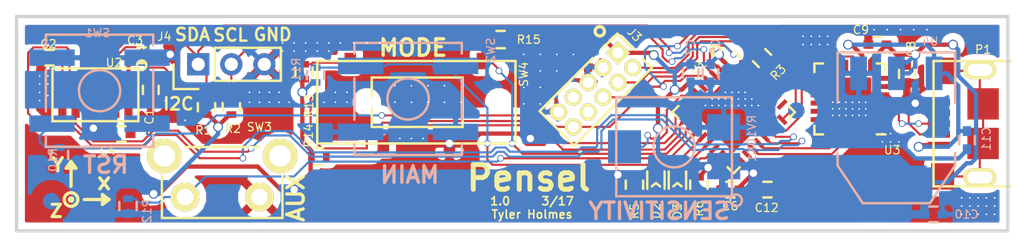
<source format=kicad_pcb>
(kicad_pcb (version 20160815) (host pcbnew "(2016-12-18 revision 3ffa37c)-master")
  (layers (0 F.Cu signal) (31 B.Cu signal) (34 B.Paste user) (35 F.Paste user) (36 B.SilkS user) (37 F.SilkS user) (38 B.Mask user) (39 F.Mask user) (44 Edge.Cuts user))
  (net 0 "")
  (net 1 RESET_n)
  (net 2 GND)
  (net 3 +3V3)
  (net 4 BTN_MAIN)
  (net 5 BTN_AUX)
  (net 6 +5V)
  (net 7 LED0)
  (net 8 "Net-(D2-Pad2)")
  (net 9 "Net-(D3-Pad2)")
  (net 10 LED1)
  (net 11 MODE_2)
  (net 12 MODE_1)
  (net 13 MODE_0)
  (net 14 SDA)
  (net 15 SCL)
  (net 16 THUMBWHEEL)
  (net 17 SWDIO)
  (net 18 SWD-SWCLK)
  (net 19 SWD-SWO)
  (net 20 DBG_UART_TX)
  (net 21 DBG_UART_RX)
  (net 22 "Net-(P1-Pad2)")
  (net 23 "Net-(P1-Pad6)")
  (net 24 "Net-(P1-Pad3)")
  (net 25 "Net-(C4-Pad1)")
  (net 26 "Net-(R3-Pad1)")
  (net 27 "Net-(C2-Pad1)")
  (net 28 "Net-(C4-Pad2)")
  (net 29 SEN_DRDY)
  (net 30 SEN_INT1)
  (net 31 "Net-(J3-Pad7)")
  (net 32 "Net-(J3-Pad8)")
  (net 33 "Net-(P1-Pad4)")
  (net 34 "Net-(U1-Pad15)")
  (net 35 "Net-(U1-Pad25)")
  (net 36 "Net-(U1-Pad27)")
  (net 37 "Net-(U1-Pad28)")
  (net 38 "Net-(U1-Pad29)")
  (net 39 "Net-(U1-Pad30)")
  (net 40 "Net-(U2-Pad4)")
  (net 41 "Net-(U2-Pad8)")
  (net 42 "Net-(U3-Pad1)")
  (net 43 "Net-(U3-Pad10)")
  (net 44 "Net-(U3-Pad11)")
  (net 45 "Net-(U3-Pad12)")
  (net 46 "Net-(U3-Pad13)")
  (net 47 "Net-(U3-Pad14)")
  (net 48 "Net-(U3-Pad15)")
  (net 49 "Net-(U3-Pad16)")
  (net 50 "Net-(U3-Pad17)")
  (net 51 "Net-(U3-Pad18)")
  (net 52 "Net-(U3-Pad19)")
  (net 53 "Net-(U3-Pad22)")
  (net 54 "Net-(U3-Pad23)")
  (net 55 "Net-(U3-Pad24)")
  (net 56 "Net-(J1-Pad1)")
  (module TO_SOT_Packages_SMD:SOT-223 (layer B.Cu) (at 103.25 145.25)
    (fp_text reference U4 (at 2.05 -5.25) (layer B.SilkS) (effects (font (size 0.5 0.5) (thickness 0.075)) (justify mirror)))
    (fp_text value AP111733)
    (pad 4 smd rect (at 0 3.302) (size 3.6576 2.032) (layers B.Cu B.Paste B.Mask) (net 3 +3V3))
    (pad 2 smd rect (at 0 -3.302) (size 1.016 2.032) (layers B.Cu B.Paste B.Mask) (net 3 +3V3))
    (pad 3 smd rect (at 2.286 -3.302) (size 1.016 2.032) (layers B.Cu B.Paste B.Mask) (net 6 +5V))
    (pad 1 smd rect (at -2.286 -3.302) (size 1.016 2.032) (layers B.Cu B.Paste B.Mask) (net 2 GND))
  )
  (module Resistors_SMD:R_0402 (layer F.Cu) (at 95.118198 141.018198 135)
    (fp_text reference R3 (at -1.317767 0.070711 -135) (layer F.SilkS) (effects (font (size 0.5 0.5) (thickness 0.075))))
    (fp_text value 4K7)
    (pad 2 smd rect (at 0.45 0 135) (size 0.4 0.6) (layers F.Cu F.Paste F.Mask) (net 2 GND))
    (pad 1 smd rect (at -0.45 0 135) (size 0.4 0.6) (layers F.Cu F.Paste F.Mask) (net 26 "Net-(R3-Pad1)"))
  )
  (module TylerCustom:via-1.0mm (layer F.Cu) (at 83.7 140.8)
    (fp_text reference "" hide)
    (fp_text value via-1.0mm)
    (pad 1 thru_hole circle (at 0 0) (size 0.15 0.15) (drill 0.1) (layers *.Cu *.Mask) (net 2 GND) (clearance 0.1))
  )
  (module TylerCustom:via-1.0mm (layer F.Cu) (at 82.7 140.8)
    (fp_text reference "" hide)
    (fp_text value via-1.0mm)
    (pad 1 thru_hole circle (at 0 0) (size 0.15 0.15) (drill 0.1) (layers *.Cu *.Mask) (net 2 GND) (clearance 0.1))
  )
  (module TylerCustom:via-1.0mm (layer F.Cu) (at 82.7 141.8)
    (fp_text reference "" hide)
    (fp_text value via-1.0mm)
    (pad 1 thru_hole circle (at 0 0) (size 0.15 0.15) (drill 0.1) (layers *.Cu *.Mask) (net 2 GND) (clearance 0.1))
  )
  (module Pin_Headers:Pin_Header_Straight_2x05_Pitch1.27mm (layer F.Cu) (at 86.396051 140.703949 315)
    (fp_text reference J3 (at -0.070711 -1.490509 135) (layer F.SilkS) (effects (font (size 0.5 0.5) (thickness 0.075))))
    (fp_text value JTAG)
    (pad 1 thru_hole rect (at 0 0 315) (size 1.05 1.05) (drill 0.65) (layers *.Cu *.Mask F.SilkS) (net 3 +3V3))
    (pad 3 thru_hole circle (at 0 1.270001 315) (size 1.05 1.05) (drill 0.65) (layers *.Cu *.Mask F.SilkS) (net 2 GND))
    (pad 5 thru_hole circle (at 0 2.54 315) (size 1.05 1.05) (drill 0.65) (layers *.Cu *.Mask F.SilkS) (net 2 GND))
    (pad 7 thru_hole circle (at 0 3.81 315) (size 1.05 1.05) (drill 0.65) (layers *.Cu *.Mask F.SilkS) (net 31 "Net-(J3-Pad7)"))
    (pad 9 thru_hole circle (at 0 5.079999 315) (size 1.05 1.05) (drill 0.65) (layers *.Cu *.Mask F.SilkS) (net 2 GND))
    (pad 4 thru_hole circle (at 1.27 1.27 315) (size 1.05 1.05) (drill 0.65) (layers *.Cu *.Mask F.SilkS) (net 18 SWD-SWCLK))
    (pad 6 thru_hole circle (at 1.27 2.54 315) (size 1.05 1.05) (drill 0.65) (layers *.Cu *.Mask F.SilkS) (net 19 SWD-SWO))
    (pad 8 thru_hole circle (at 1.27 3.81 315) (size 1.05 1.05) (drill 0.65) (layers *.Cu *.Mask F.SilkS) (net 32 "Net-(J3-Pad8)"))
    (pad 10 thru_hole circle (at 1.27 5.08 315) (size 1.05 1.05) (drill 0.65) (layers *.Cu *.Mask F.SilkS) (net 1 RESET_n))
    (pad 2 thru_hole circle (at 1.270001 0 315) (size 1.05 1.05) (drill 0.65) (layers *.Cu *.Mask F.SilkS) (net 17 SWDIO))
  )
  (module TylerCustom:via-1.0mm (layer F.Cu) (at 68.9 140.6)
    (fp_text reference "" hide)
    (fp_text value via-1.0mm)
    (pad 1 thru_hole circle (at 0 0) (size 0.15 0.15) (drill 0.1) (layers *.Cu *.Mask) (net 2 GND) (clearance 0.1))
  )
  (module TylerCustom:via-1.0mm (layer F.Cu) (at 68.2 140.6)
    (fp_text reference "" hide)
    (fp_text value via-1.0mm)
    (pad 1 thru_hole circle (at 0 0) (size 0.15 0.15) (drill 0.1) (layers *.Cu *.Mask) (net 2 GND) (clearance 0.1))
  )
  (module TylerCustom:via-1.0mm (layer F.Cu) (at 67.5 140.6)
    (fp_text reference "" hide)
    (fp_text value via-1.0mm)
    (pad 1 thru_hole circle (at 0 0) (size 0.15 0.15) (drill 0.1) (layers *.Cu *.Mask) (net 2 GND) (clearance 0.1))
  )
  (module TylerCustom:via-1.0mm (layer F.Cu) (at 66.8 140.6)
    (fp_text reference "" hide)
    (fp_text value via-1.0mm)
    (pad 1 thru_hole circle (at 0 0) (size 0.15 0.15) (drill 0.1) (layers *.Cu *.Mask) (net 2 GND) (clearance 0.1))
  )
  (module TylerCustom:via-1.0mm (layer F.Cu) (at 66.1 140.6)
    (fp_text reference "" hide)
    (fp_text value via-1.0mm)
    (pad 1 thru_hole circle (at 0 0) (size 0.15 0.15) (drill 0.1) (layers *.Cu *.Mask) (net 2 GND) (clearance 0.1))
  )
  (module TylerCustom:via-1.0mm (layer F.Cu) (at 66.1 140.1)
    (fp_text reference "" hide)
    (fp_text value via-1.0mm)
    (pad 1 thru_hole circle (at 0 0) (size 0.15 0.15) (drill 0.1) (layers *.Cu *.Mask) (net 2 GND) (clearance 0.1))
  )
  (module TylerCustom:via-1.0mm (layer F.Cu) (at 66.8 140.1)
    (fp_text reference "" hide)
    (fp_text value via-1.0mm)
    (pad 1 thru_hole circle (at 0 0) (size 0.15 0.15) (drill 0.1) (layers *.Cu *.Mask) (net 2 GND) (clearance 0.1))
  )
  (module TylerCustom:via-1.0mm (layer F.Cu) (at 67.5 140.1)
    (fp_text reference "" hide)
    (fp_text value via-1.0mm)
    (pad 1 thru_hole circle (at 0 0) (size 0.15 0.15) (drill 0.1) (layers *.Cu *.Mask) (net 2 GND) (clearance 0.1))
  )
  (module TylerCustom:via-1.0mm (layer F.Cu) (at 68.2 140.1)
    (fp_text reference "" hide)
    (fp_text value via-1.0mm)
    (pad 1 thru_hole circle (at 0 0) (size 0.15 0.15) (drill 0.1) (layers *.Cu *.Mask) (net 2 GND) (clearance 0.1))
  )
  (module TylerCustom:via-1.0mm (layer F.Cu) (at 68.9 140.1)
    (fp_text reference "" hide)
    (fp_text value via-1.0mm)
    (pad 1 thru_hole circle (at 0 0) (size 0.15 0.15) (drill 0.1) (layers *.Cu *.Mask) (net 2 GND) (clearance 0.1))
  )
  (module TylerCustom:via-1.0mm (layer F.Cu) (at 69.6 140.1)
    (fp_text reference "" hide)
    (fp_text value via-1.0mm)
    (pad 1 thru_hole circle (at 0 0) (size 0.15 0.15) (drill 0.1) (layers *.Cu *.Mask) (net 2 GND) (clearance 0.1))
  )
  (module TylerCustom:via-1.0mm (layer F.Cu) (at 70.4 140.1)
    (fp_text reference "" hide)
    (fp_text value via-1.0mm)
    (pad 1 thru_hole circle (at 0 0) (size 0.15 0.15) (drill 0.1) (layers *.Cu *.Mask) (net 2 GND) (clearance 0.1))
  )
  (module TylerCustom:via-1.0mm (layer F.Cu) (at 71.2 140.1)
    (fp_text reference "" hide)
    (fp_text value via-1.0mm)
    (pad 1 thru_hole circle (at 0 0) (size 0.15 0.15) (drill 0.1) (layers *.Cu *.Mask) (net 2 GND) (clearance 0.1))
  )
  (module TylerCustom:via-1.0mm (layer F.Cu) (at 72 140.1)
    (fp_text reference "" hide)
    (fp_text value via-1.0mm)
    (pad 1 thru_hole circle (at 0 0) (size 0.15 0.15) (drill 0.1) (layers *.Cu *.Mask) (net 2 GND) (clearance 0.1))
  )
  (module TylerCustom:via-1.0mm (layer F.Cu) (at 70 143.1)
    (fp_text reference "" hide)
    (fp_text value via-1.0mm)
    (pad 1 thru_hole circle (at 0 0) (size 0.15 0.15) (drill 0.1) (layers *.Cu *.Mask) (net 2 GND) (clearance 0.1))
  )
  (module TylerCustom:via-1.0mm (layer F.Cu) (at 69.3 143.1)
    (fp_text reference "" hide)
    (fp_text value via-1.0mm)
    (pad 1 thru_hole circle (at 0 0) (size 0.15 0.15) (drill 0.1) (layers *.Cu *.Mask) (net 2 GND) (clearance 0.1))
  )
  (module TylerCustom:via-1.0mm (layer F.Cu) (at 68.6 143.7)
    (fp_text reference "" hide)
    (fp_text value via-1.0mm)
    (pad 1 thru_hole circle (at 0 0) (size 0.15 0.15) (drill 0.1) (layers *.Cu *.Mask) (net 2 GND) (clearance 0.1))
  )
  (module TylerCustom:via-1.0mm (layer F.Cu) (at 69.3 143.7)
    (fp_text reference "" hide)
    (fp_text value via-1.0mm)
    (pad 1 thru_hole circle (at 0 0) (size 0.15 0.15) (drill 0.1) (layers *.Cu *.Mask) (net 2 GND) (clearance 0.1))
  )
  (module TylerCustom:via-1.0mm (layer F.Cu) (at 70 143.7)
    (fp_text reference "" hide)
    (fp_text value via-1.0mm)
    (pad 1 thru_hole circle (at 0 0) (size 0.15 0.15) (drill 0.1) (layers *.Cu *.Mask) (net 2 GND) (clearance 0.1))
  )
  (module TylerCustom:via-1.0mm (layer F.Cu) (at 59 143.6)
    (fp_text reference "" hide)
    (fp_text value via-1.0mm)
    (pad 1 thru_hole circle (at 0 0) (size 0.15 0.15) (drill 0.1) (layers *.Cu *.Mask) (net 2 GND) (clearance 0.1))
  )
  (module TylerCustom:via-1.0mm (layer F.Cu) (at 64.1 143.1)
    (fp_text reference "" hide)
    (fp_text value via-1.0mm)
    (pad 1 thru_hole circle (at 0 0) (size 0.15 0.15) (drill 0.1) (layers *.Cu *.Mask) (net 2 GND) (clearance 0.1))
  )
  (module TylerCustom:via-1.0mm (layer F.Cu) (at 64.7 143.1)
    (fp_text reference "" hide)
    (fp_text value via-1.0mm)
    (pad 1 thru_hole circle (at 0 0) (size 0.15 0.15) (drill 0.1) (layers *.Cu *.Mask) (net 2 GND) (clearance 0.1))
  )
  (module TylerCustom:via-1.0mm (layer F.Cu) (at 65.3 143.1)
    (fp_text reference "" hide)
    (fp_text value via-1.0mm)
    (pad 1 thru_hole circle (at 0 0) (size 0.15 0.15) (drill 0.1) (layers *.Cu *.Mask) (net 2 GND) (clearance 0.1))
  )
  (module TylerCustom:via-1.0mm (layer F.Cu) (at 65.9 143.1)
    (fp_text reference "" hide)
    (fp_text value via-1.0mm)
    (pad 1 thru_hole circle (at 0 0) (size 0.15 0.15) (drill 0.1) (layers *.Cu *.Mask) (net 2 GND) (clearance 0.1))
  )
  (module TylerCustom:via-1.0mm (layer F.Cu) (at 66.5 143.7)
    (fp_text reference "" hide)
    (fp_text value via-1.0mm)
    (pad 1 thru_hole circle (at 0 0) (size 0.15 0.15) (drill 0.1) (layers *.Cu *.Mask) (net 2 GND) (clearance 0.1))
  )
  (module TylerCustom:via-1.0mm (layer F.Cu) (at 65.9 143.7)
    (fp_text reference "" hide)
    (fp_text value via-1.0mm)
    (pad 1 thru_hole circle (at 0 0) (size 0.15 0.15) (drill 0.1) (layers *.Cu *.Mask) (net 2 GND) (clearance 0.1))
  )
  (module TylerCustom:via-1.0mm (layer F.Cu) (at 65.3 143.7)
    (fp_text reference "" hide)
    (fp_text value via-1.0mm)
    (pad 1 thru_hole circle (at 0 0) (size 0.15 0.15) (drill 0.1) (layers *.Cu *.Mask) (net 2 GND) (clearance 0.1))
  )
  (module TylerCustom:via-1.0mm (layer F.Cu) (at 64.7 143.7)
    (fp_text reference "" hide)
    (fp_text value via-1.0mm)
    (pad 1 thru_hole circle (at 0 0) (size 0.15 0.15) (drill 0.1) (layers *.Cu *.Mask) (net 2 GND) (clearance 0.1))
  )
  (module TylerCustom:via-1.0mm (layer F.Cu) (at 64.1 143.7)
    (fp_text reference "" hide)
    (fp_text value via-1.0mm)
    (pad 1 thru_hole circle (at 0 0) (size 0.15 0.15) (drill 0.1) (layers *.Cu *.Mask) (net 2 GND) (clearance 0.1))
  )
  (module TylerCustom:via-1.0mm (layer F.Cu) (at 74.6 145.9)
    (fp_text reference "" hide)
    (fp_text value via-1.0mm)
    (pad 1 thru_hole circle (at 0 0) (size 0.15 0.15) (drill 0.1) (layers *.Cu *.Mask) (net 2 GND) (clearance 0.1))
  )
  (module TylerCustom:via-1.0mm (layer F.Cu) (at 73.9 145.9)
    (fp_text reference "" hide)
    (fp_text value via-1.0mm)
    (pad 1 thru_hole circle (at 0 0) (size 0.15 0.15) (drill 0.1) (layers *.Cu *.Mask) (net 2 GND) (clearance 0.1))
  )
  (module TylerCustom:via-1.0mm (layer F.Cu) (at 73.2 145.9)
    (fp_text reference "" hide)
    (fp_text value via-1.0mm)
    (pad 1 thru_hole circle (at 0 0) (size 0.15 0.15) (drill 0.1) (layers *.Cu *.Mask) (net 2 GND) (clearance 0.1))
  )
  (module TylerCustom:via-1.0mm (layer F.Cu) (at 105.1 139.3)
    (fp_text reference "" hide)
    (fp_text value via-1.0mm)
    (pad 1 thru_hole circle (at 0 0) (size 0.15 0.15) (drill 0.1) (layers *.Cu *.Mask) (net 2 GND) (clearance 0.1))
  )
  (module TylerCustom:via-1.0mm (layer F.Cu) (at 102.9 145.6)
    (fp_text reference "" hide)
    (fp_text value via-1.0mm)
    (pad 1 thru_hole circle (at 0 0) (size 0.15 0.15) (drill 0.1) (layers *.Cu *.Mask) (net 2 GND) (clearance 0.1))
  )
  (module TylerCustom:via-1.0mm (layer F.Cu) (at 102.4 145.6)
    (fp_text reference "" hide)
    (fp_text value via-1.0mm)
    (pad 1 thru_hole circle (at 0 0) (size 0.15 0.15) (drill 0.1) (layers *.Cu *.Mask) (net 2 GND) (clearance 0.1))
  )
  (module TylerCustom:via-1.0mm (layer F.Cu) (at 102.4 146.1)
    (fp_text reference "" hide)
    (fp_text value via-1.0mm)
    (pad 1 thru_hole circle (at 0 0) (size 0.15 0.15) (drill 0.1) (layers *.Cu *.Mask) (net 2 GND) (clearance 0.1))
  )
  (module TylerCustom:via-1.0mm (layer F.Cu) (at 102.9 146.1)
    (fp_text reference "" hide)
    (fp_text value via-1.0mm)
    (pad 1 thru_hole circle (at 0 0) (size 0.15 0.15) (drill 0.1) (layers *.Cu *.Mask) (net 2 GND) (clearance 0.1))
  )
  (module TylerCustom:via-1.0mm (layer F.Cu) (at 103.4 146.1)
    (fp_text reference "" hide)
    (fp_text value via-1.0mm)
    (pad 1 thru_hole circle (at 0 0) (size 0.15 0.15) (drill 0.1) (layers *.Cu *.Mask) (net 2 GND) (clearance 0.1))
  )
  (module TylerCustom:via-1.0mm (layer F.Cu) (at 107.2 150.5)
    (fp_text reference "" hide)
    (fp_text value via-1.0mm)
    (pad 1 thru_hole circle (at 0 0) (size 0.15 0.15) (drill 0.1) (layers *.Cu *.Mask) (net 2 GND) (clearance 0.1))
  )
  (module TylerCustom:via-1.0mm (layer F.Cu) (at 107.7 150.5)
    (fp_text reference "" hide)
    (fp_text value via-1.0mm)
    (pad 1 thru_hole circle (at 0 0) (size 0.15 0.15) (drill 0.1) (layers *.Cu *.Mask) (net 2 GND) (clearance 0.1))
  )
  (module TylerCustom:via-1.0mm (layer F.Cu) (at 108.2 150.5)
    (fp_text reference "" hide)
    (fp_text value via-1.0mm)
    (pad 1 thru_hole circle (at 0 0) (size 0.15 0.15) (drill 0.1) (layers *.Cu *.Mask) (net 2 GND) (clearance 0.1))
  )
  (module TylerCustom:via-1.0mm (layer F.Cu) (at 108.7 150.5)
    (fp_text reference "" hide)
    (fp_text value via-1.0mm)
    (pad 1 thru_hole circle (at 0 0) (size 0.15 0.15) (drill 0.1) (layers *.Cu *.Mask) (net 2 GND) (clearance 0.1))
  )
  (module TylerCustom:via-1.0mm (layer F.Cu) (at 109.2 150.5)
    (fp_text reference "" hide)
    (fp_text value via-1.0mm)
    (pad 1 thru_hole circle (at 0 0) (size 0.15 0.15) (drill 0.1) (layers *.Cu *.Mask) (net 2 GND) (clearance 0.1))
  )
  (module TylerCustom:via-1.0mm (layer F.Cu) (at 109.2 150)
    (fp_text reference "" hide)
    (fp_text value via-1.0mm)
    (pad 1 thru_hole circle (at 0 0) (size 0.15 0.15) (drill 0.1) (layers *.Cu *.Mask) (net 2 GND) (clearance 0.1))
  )
  (module TylerCustom:via-1.0mm (layer F.Cu) (at 108.7 150)
    (fp_text reference "" hide)
    (fp_text value via-1.0mm)
    (pad 1 thru_hole circle (at 0 0) (size 0.15 0.15) (drill 0.1) (layers *.Cu *.Mask) (net 2 GND) (clearance 0.1))
  )
  (module TylerCustom:via-1.0mm (layer F.Cu) (at 108.2 150)
    (fp_text reference "" hide)
    (fp_text value via-1.0mm)
    (pad 1 thru_hole circle (at 0 0) (size 0.15 0.15) (drill 0.1) (layers *.Cu *.Mask) (net 2 GND) (clearance 0.1))
  )
  (module TylerCustom:via-1.0mm (layer F.Cu) (at 107.7 150)
    (fp_text reference "" hide)
    (fp_text value via-1.0mm)
    (pad 1 thru_hole circle (at 0 0) (size 0.15 0.15) (drill 0.1) (layers *.Cu *.Mask) (net 2 GND) (clearance 0.1))
  )
  (module TylerCustom:via-1.0mm (layer F.Cu) (at 107.2 150)
    (fp_text reference "" hide)
    (fp_text value via-1.0mm)
    (pad 1 thru_hole circle (at 0 0) (size 0.15 0.15) (drill 0.1) (layers *.Cu *.Mask) (net 2 GND) (clearance 0.1))
  )
  (module TylerCustom:via-1.0mm (layer F.Cu) (at 107.2 149.5)
    (fp_text reference "" hide)
    (fp_text value via-1.0mm)
    (pad 1 thru_hole circle (at 0 0) (size 0.15 0.15) (drill 0.1) (layers *.Cu *.Mask) (net 2 GND) (clearance 0.1))
  )
  (module TylerCustom:via-1.0mm (layer F.Cu) (at 107.7 149.5)
    (fp_text reference "" hide)
    (fp_text value via-1.0mm)
    (pad 1 thru_hole circle (at 0 0) (size 0.15 0.15) (drill 0.1) (layers *.Cu *.Mask) (net 2 GND) (clearance 0.1))
  )
  (module TylerCustom:via-1.0mm (layer F.Cu) (at 73.9 140.1)
    (fp_text reference "" hide)
    (fp_text value via-1.0mm)
    (pad 1 thru_hole circle (at 0 0) (size 0.15 0.15) (drill 0.1) (layers *.Cu *.Mask) (net 2 GND) (clearance 0.1))
  )
  (module TylerCustom:via-1.0mm (layer F.Cu) (at 72.9 140.1)
    (fp_text reference "" hide)
    (fp_text value via-1.0mm)
    (pad 1 thru_hole circle (at 0 0) (size 0.15 0.15) (drill 0.1) (layers *.Cu *.Mask) (net 2 GND) (clearance 0.1))
  )
  (module TylerCustom:via-1.0mm (layer F.Cu) (at 73.9 140.7)
    (fp_text reference "" hide)
    (fp_text value via-1.0mm)
    (pad 1 thru_hole circle (at 0 0) (size 0.15 0.15) (drill 0.1) (layers *.Cu *.Mask) (net 2 GND) (clearance 0.1))
  )
  (module TylerCustom:via-1.0mm (layer F.Cu) (at 81.7 140.8)
    (fp_text reference "" hide)
    (fp_text value via-1.0mm)
    (pad 1 thru_hole circle (at 0 0) (size 0.15 0.15) (drill 0.1) (layers *.Cu *.Mask) (net 2 GND) (clearance 0.1))
  )
  (module TylerCustom:via-1.0mm (layer F.Cu) (at 80.7 140.8)
    (fp_text reference "" hide)
    (fp_text value via-1.0mm)
    (pad 1 thru_hole circle (at 0 0) (size 0.15 0.15) (drill 0.1) (layers *.Cu *.Mask) (net 2 GND) (clearance 0.1))
  )
  (module TylerCustom:via-1.0mm (layer F.Cu) (at 81.7 141.8)
    (fp_text reference "" hide)
    (fp_text value via-1.0mm)
    (pad 1 thru_hole circle (at 0 0) (size 0.15 0.15) (drill 0.1) (layers *.Cu *.Mask) (net 2 GND) (clearance 0.1))
  )
  (module TylerCustom:via-1.0mm (layer F.Cu) (at 80.7 141.8)
    (fp_text reference "" hide)
    (fp_text value via-1.0mm)
    (pad 1 thru_hole circle (at 0 0) (size 0.15 0.15) (drill 0.1) (layers *.Cu *.Mask) (net 2 GND) (clearance 0.1))
  )
  (module TylerCustom:via-1.0mm (layer F.Cu) (at 81.7 142.8)
    (fp_text reference "" hide)
    (fp_text value via-1.0mm)
    (pad 1 thru_hole circle (at 0 0) (size 0.15 0.15) (drill 0.1) (layers *.Cu *.Mask) (net 2 GND) (clearance 0.1))
  )
  (module TylerCustom:via-1.0mm (layer F.Cu) (at 80.7 142.8)
    (fp_text reference "" hide)
    (fp_text value via-1.0mm)
    (pad 1 thru_hole circle (at 0 0) (size 0.15 0.15) (drill 0.1) (layers *.Cu *.Mask) (net 2 GND) (clearance 0.1))
  )
  (module TylerCustom:via-1.0mm (layer F.Cu) (at 81.7 143.8)
    (fp_text reference "" hide)
    (fp_text value via-1.0mm)
    (pad 1 thru_hole circle (at 0 0) (size 0.15 0.15) (drill 0.1) (layers *.Cu *.Mask) (net 2 GND) (clearance 0.1))
  )
  (module TylerCustom:via-1.0mm (layer F.Cu) (at 80.7 143.8)
    (fp_text reference "" hide)
    (fp_text value via-1.0mm)
    (pad 1 thru_hole circle (at 0 0) (size 0.15 0.15) (drill 0.1) (layers *.Cu *.Mask) (net 2 GND) (clearance 0.1))
  )
  (module TylerCustom:via-1.0mm (layer F.Cu) (at 72.9 143.7)
    (fp_text reference "" hide)
    (fp_text value via-1.0mm)
    (pad 1 thru_hole circle (at 0 0) (size 0.15 0.15) (drill 0.1) (layers *.Cu *.Mask) (net 2 GND) (clearance 0.1))
  )
  (module TylerCustom:via-1.0mm (layer F.Cu) (at 72.9 140.7)
    (fp_text reference "" hide)
    (fp_text value via-1.0mm)
    (pad 1 thru_hole circle (at 0 0) (size 0.15 0.15) (drill 0.1) (layers *.Cu *.Mask) (net 2 GND) (clearance 0.1))
  )
  (module TylerCustom:via-1.0mm (layer F.Cu) (at 75.9 142.7)
    (fp_text reference "" hide)
    (fp_text value via-1.0mm)
    (pad 1 thru_hole circle (at 0 0) (size 0.15 0.15) (drill 0.1) (layers *.Cu *.Mask) (net 2 GND) (clearance 0.1))
  )
  (module TylerCustom:via-1.0mm (layer F.Cu) (at 74.9 142.7)
    (fp_text reference "" hide)
    (fp_text value via-1.0mm)
    (pad 1 thru_hole circle (at 0 0) (size 0.15 0.15) (drill 0.1) (layers *.Cu *.Mask) (net 2 GND) (clearance 0.1))
  )
  (module TylerCustom:via-1.0mm (layer F.Cu) (at 73.9 142.7)
    (fp_text reference "" hide)
    (fp_text value via-1.0mm)
    (pad 1 thru_hole circle (at 0 0) (size 0.15 0.15) (drill 0.1) (layers *.Cu *.Mask) (net 2 GND) (clearance 0.1))
  )
  (module TylerCustom:via-1.0mm (layer F.Cu) (at 72.9 142.7)
    (fp_text reference "" hide)
    (fp_text value via-1.0mm)
    (pad 1 thru_hole circle (at 0 0) (size 0.15 0.15) (drill 0.1) (layers *.Cu *.Mask) (net 2 GND) (clearance 0.1))
  )
  (module TylerCustom:via-1.0mm (layer F.Cu) (at 76.9 143.7)
    (fp_text reference "" hide)
    (fp_text value via-1.0mm)
    (pad 1 thru_hole circle (at 0 0) (size 0.15 0.15) (drill 0.1) (layers *.Cu *.Mask) (net 2 GND) (clearance 0.1))
  )
  (module TylerCustom:via-1.0mm (layer F.Cu) (at 75.9 143.7)
    (fp_text reference "" hide)
    (fp_text value via-1.0mm)
    (pad 1 thru_hole circle (at 0 0) (size 0.15 0.15) (drill 0.1) (layers *.Cu *.Mask) (net 2 GND) (clearance 0.1))
  )
  (module TylerCustom:via-1.0mm (layer F.Cu) (at 74.9 143.7)
    (fp_text reference "" hide)
    (fp_text value via-1.0mm)
    (pad 1 thru_hole circle (at 0 0) (size 0.15 0.15) (drill 0.1) (layers *.Cu *.Mask) (net 2 GND) (clearance 0.1))
  )
  (module TylerCustom:via-1.0mm (layer F.Cu) (at 73.9 143.7)
    (fp_text reference "" hide)
    (fp_text value via-1.0mm)
    (pad 1 thru_hole circle (at 0 0) (size 0.15 0.15) (drill 0.1) (layers *.Cu *.Mask) (net 2 GND) (clearance 0.1))
  )
  (module TylerCustom:via-1.0mm (layer F.Cu) (at 51.9 143.3)
    (fp_text reference "" hide)
    (fp_text value via-1.0mm)
    (pad 1 thru_hole circle (at 0 0) (size 0.15 0.15) (drill 0.1) (layers *.Cu *.Mask) (net 2 GND) (clearance 0.1))
  )
  (module TylerCustom:via-1.0mm (layer F.Cu) (at 51.9 142.6)
    (fp_text reference "" hide)
    (fp_text value via-1.0mm)
    (pad 1 thru_hole circle (at 0 0) (size 0.15 0.15) (drill 0.1) (layers *.Cu *.Mask) (net 2 GND) (clearance 0.1))
  )
  (module TylerCustom:via-1.0mm (layer F.Cu) (at 51.9 142.1)
    (fp_text reference "" hide)
    (fp_text value via-1.0mm)
    (pad 1 thru_hole circle (at 0 0) (size 0.15 0.15) (drill 0.1) (layers *.Cu *.Mask) (net 2 GND) (clearance 0.1))
  )
  (module TylerCustom:via-1.0mm (layer F.Cu) (at 51.4 142.1)
    (fp_text reference "" hide)
    (fp_text value via-1.0mm)
    (pad 1 thru_hole circle (at 0 0) (size 0.15 0.15) (drill 0.1) (layers *.Cu *.Mask) (net 2 GND) (clearance 0.1))
  )
  (module TylerCustom:via-1.0mm (layer F.Cu) (at 51.4 142.6)
    (fp_text reference "" hide)
    (fp_text value via-1.0mm)
    (pad 1 thru_hole circle (at 0 0) (size 0.15 0.15) (drill 0.1) (layers *.Cu *.Mask) (net 2 GND) (clearance 0.1))
  )
  (module TylerCustom:via-1.0mm (layer F.Cu) (at 51.4 143.1)
    (fp_text reference "" hide)
    (fp_text value via-1.0mm)
    (pad 1 thru_hole circle (at 0 0) (size 0.15 0.15) (drill 0.1) (layers *.Cu *.Mask) (net 2 GND) (clearance 0.1))
  )
  (module TylerCustom:via-1.0mm (layer F.Cu) (at 51.4 143.6)
    (fp_text reference "" hide)
    (fp_text value via-1.0mm)
    (pad 1 thru_hole circle (at 0 0) (size 0.15 0.15) (drill 0.1) (layers *.Cu *.Mask) (net 2 GND) (clearance 0.1))
  )
  (module TylerCustom:via-1.0mm (layer F.Cu) (at 60.2 144.8)
    (fp_text reference "" hide)
    (fp_text value via-1.0mm)
    (pad 1 thru_hole circle (at 0 0) (size 0.15 0.15) (drill 0.1) (layers *.Cu *.Mask) (net 2 GND) (clearance 0.1))
  )
  (module TylerCustom:via-1.0mm (layer F.Cu) (at 97.6 139.7)
    (fp_text reference "" hide)
    (fp_text value via-1.0mm)
    (pad 1 thru_hole circle (at 0 0) (size 0.15 0.15) (drill 0.1) (layers *.Cu *.Mask) (net 2 GND) (clearance 0.1))
  )
  (module TylerCustom:via-1.0mm (layer F.Cu) (at 98.1 139.7)
    (fp_text reference "" hide)
    (fp_text value via-1.0mm)
    (pad 1 thru_hole circle (at 0 0) (size 0.15 0.15) (drill 0.1) (layers *.Cu *.Mask) (net 2 GND) (clearance 0.1))
  )
  (module TylerCustom:via-1.0mm (layer F.Cu) (at 98.6 139.7)
    (fp_text reference "" hide)
    (fp_text value via-1.0mm)
    (pad 1 thru_hole circle (at 0 0) (size 0.15 0.15) (drill 0.1) (layers *.Cu *.Mask) (net 2 GND) (clearance 0.1))
  )
  (module TylerCustom:via-1.0mm (layer F.Cu) (at 99.1 139.7)
    (fp_text reference "" hide)
    (fp_text value via-1.0mm)
    (pad 1 thru_hole circle (at 0 0) (size 0.15 0.15) (drill 0.1) (layers *.Cu *.Mask) (net 2 GND) (clearance 0.1))
  )
  (module TylerCustom:via-1.0mm (layer F.Cu) (at 99.1 140.2)
    (fp_text reference "" hide)
    (fp_text value via-1.0mm)
    (pad 1 thru_hole circle (at 0 0) (size 0.15 0.15) (drill 0.1) (layers *.Cu *.Mask) (net 2 GND) (clearance 0.1))
  )
  (module TylerCustom:via-1.0mm (layer F.Cu) (at 98.6 140.2)
    (fp_text reference "" hide)
    (fp_text value via-1.0mm)
    (pad 1 thru_hole circle (at 0 0) (size 0.15 0.15) (drill 0.1) (layers *.Cu *.Mask) (net 2 GND) (clearance 0.1))
  )
  (module TylerCustom:via-1.0mm (layer F.Cu) (at 98.1 140.2)
    (fp_text reference "" hide)
    (fp_text value via-1.0mm)
    (pad 1 thru_hole circle (at 0 0) (size 0.15 0.15) (drill 0.1) (layers *.Cu *.Mask) (net 2 GND) (clearance 0.1))
  )
  (module TylerCustom:via-1.0mm (layer F.Cu) (at 97.6 140.2)
    (fp_text reference "" hide)
    (fp_text value via-1.0mm)
    (pad 1 thru_hole circle (at 0 0) (size 0.15 0.15) (drill 0.1) (layers *.Cu *.Mask) (net 2 GND) (clearance 0.1))
  )
  (module TylerCustom:via-1.0mm (layer F.Cu) (at 104.3 139.3)
    (fp_text reference "" hide)
    (fp_text value via-1.0mm)
    (pad 1 thru_hole circle (at 0 0) (size 0.15 0.15) (drill 0.1) (layers *.Cu *.Mask) (net 2 GND) (clearance 0.1))
  )
  (module TylerCustom:via-1.0mm (layer F.Cu) (at 103.5 139.3)
    (fp_text reference "" hide)
    (fp_text value via-1.0mm)
    (pad 1 thru_hole circle (at 0 0) (size 0.15 0.15) (drill 0.1) (layers *.Cu *.Mask) (net 2 GND) (clearance 0.1))
  )
  (module TylerCustom:via-1.0mm (layer F.Cu) (at 102.7 139.3)
    (fp_text reference "" hide)
    (fp_text value via-1.0mm)
    (pad 1 thru_hole circle (at 0 0) (size 0.15 0.15) (drill 0.1) (layers *.Cu *.Mask) (net 2 GND) (clearance 0.1))
  )
  (module TylerCustom:via-1.0mm (layer F.Cu) (at 101.9 139.3)
    (fp_text reference "" hide)
    (fp_text value via-1.0mm)
    (pad 1 thru_hole circle (at 0 0) (size 0.15 0.15) (drill 0.1) (layers *.Cu *.Mask) (net 2 GND) (clearance 0.1))
  )
  (module TylerCustom:via-1.0mm (layer F.Cu) (at 94.1 143.1)
    (fp_text reference "" hide)
    (fp_text value via-1.0mm)
    (pad 1 thru_hole circle (at 0 0) (size 0.15 0.15) (drill 0.1) (layers *.Cu *.Mask) (net 2 GND) (clearance 0.1))
  )
  (module TylerCustom:via-1.0mm (layer F.Cu) (at 93.7 143.1)
    (fp_text reference "" hide)
    (fp_text value via-1.0mm)
    (pad 1 thru_hole circle (at 0 0) (size 0.15 0.15) (drill 0.1) (layers *.Cu *.Mask) (net 2 GND) (clearance 0.1))
  )
  (module TylerCustom:via-1.0mm (layer F.Cu) (at 93.3 143.1)
    (fp_text reference "" hide)
    (fp_text value via-1.0mm)
    (pad 1 thru_hole circle (at 0 0) (size 0.15 0.15) (drill 0.1) (layers *.Cu *.Mask) (net 2 GND) (clearance 0.1))
  )
  (module TylerCustom:via-1.0mm (layer F.Cu) (at 92.9 143.1)
    (fp_text reference "" hide)
    (fp_text value via-1.0mm)
    (pad 1 thru_hole circle (at 0 0) (size 0.15 0.15) (drill 0.1) (layers *.Cu *.Mask) (net 2 GND) (clearance 0.1))
  )
  (module TylerCustom:via-1.0mm (layer F.Cu) (at 92.1 143.5)
    (fp_text reference "" hide)
    (fp_text value via-1.0mm)
    (pad 1 thru_hole circle (at 0 0) (size 0.15 0.15) (drill 0.1) (layers *.Cu *.Mask) (net 2 GND) (clearance 0.1))
  )
  (module TylerCustom:via-1.0mm (layer F.Cu) (at 92.5 143.5)
    (fp_text reference "" hide)
    (fp_text value via-1.0mm)
    (pad 1 thru_hole circle (at 0 0) (size 0.15 0.15) (drill 0.1) (layers *.Cu *.Mask) (net 2 GND) (clearance 0.1))
  )
  (module TylerCustom:via-1.0mm (layer F.Cu) (at 92.9 143.5)
    (fp_text reference "" hide)
    (fp_text value via-1.0mm)
    (pad 1 thru_hole circle (at 0 0) (size 0.15 0.15) (drill 0.1) (layers *.Cu *.Mask) (net 2 GND) (clearance 0.1))
  )
  (module TylerCustom:via-1.0mm (layer F.Cu) (at 93.3 143.5)
    (fp_text reference "" hide)
    (fp_text value via-1.0mm)
    (pad 1 thru_hole circle (at 0 0) (size 0.15 0.15) (drill 0.1) (layers *.Cu *.Mask) (net 2 GND) (clearance 0.1))
  )
  (module TylerCustom:via-1.0mm (layer F.Cu) (at 93.7 143.5)
    (fp_text reference "" hide)
    (fp_text value via-1.0mm)
    (pad 1 thru_hole circle (at 0 0) (size 0.15 0.15) (drill 0.1) (layers *.Cu *.Mask) (net 2 GND) (clearance 0.1))
  )
  (module TylerCustom:via-1.0mm (layer F.Cu) (at 94.1 143.5)
    (fp_text reference "" hide)
    (fp_text value via-1.0mm)
    (pad 1 thru_hole circle (at 0 0) (size 0.15 0.15) (drill 0.1) (layers *.Cu *.Mask) (net 2 GND) (clearance 0.1))
  )
  (module TylerCustom:via-1.0mm (layer F.Cu) (at 94.5 143.5)
    (fp_text reference "" hide)
    (fp_text value via-1.0mm)
    (pad 1 thru_hole circle (at 0 0) (size 0.15 0.15) (drill 0.1) (layers *.Cu *.Mask) (net 2 GND) (clearance 0.1))
  )
  (module TylerCustom:via-1.0mm (layer F.Cu) (at 94.9 143.9)
    (fp_text reference "" hide)
    (fp_text value via-1.0mm)
    (pad 1 thru_hole circle (at 0 0) (size 0.15 0.15) (drill 0.1) (layers *.Cu *.Mask) (net 2 GND) (clearance 0.1))
  )
  (module TylerCustom:via-1.0mm (layer F.Cu) (at 94.5 143.9)
    (fp_text reference "" hide)
    (fp_text value via-1.0mm)
    (pad 1 thru_hole circle (at 0 0) (size 0.15 0.15) (drill 0.1) (layers *.Cu *.Mask) (net 2 GND) (clearance 0.1))
  )
  (module TylerCustom:via-1.0mm (layer F.Cu) (at 94.1 143.9)
    (fp_text reference "" hide)
    (fp_text value via-1.0mm)
    (pad 1 thru_hole circle (at 0 0) (size 0.15 0.15) (drill 0.1) (layers *.Cu *.Mask) (net 2 GND) (clearance 0.1))
  )
  (module TylerCustom:via-1.0mm (layer F.Cu) (at 93.7 143.9)
    (fp_text reference "" hide)
    (fp_text value via-1.0mm)
    (pad 1 thru_hole circle (at 0 0) (size 0.15 0.15) (drill 0.1) (layers *.Cu *.Mask) (net 2 GND) (clearance 0.1))
  )
  (module TylerCustom:via-1.0mm (layer F.Cu) (at 93.3 143.9)
    (fp_text reference "" hide)
    (fp_text value via-1.0mm)
    (pad 1 thru_hole circle (at 0 0) (size 0.15 0.15) (drill 0.1) (layers *.Cu *.Mask) (net 2 GND) (clearance 0.1))
  )
  (module TylerCustom:via-1.0mm (layer F.Cu) (at 92.9 143.9)
    (fp_text reference "" hide)
    (fp_text value via-1.0mm)
    (pad 1 thru_hole circle (at 0 0) (size 0.15 0.15) (drill 0.1) (layers *.Cu *.Mask) (net 2 GND) (clearance 0.1))
  )
  (module TylerCustom:via-1.0mm (layer F.Cu) (at 92.5 143.9)
    (fp_text reference "" hide)
    (fp_text value via-1.0mm)
    (pad 1 thru_hole circle (at 0 0) (size 0.15 0.15) (drill 0.1) (layers *.Cu *.Mask) (net 2 GND) (clearance 0.1))
  )
  (module TylerCustom:via-1.0mm (layer F.Cu) (at 92.1 143.9)
    (fp_text reference "" hide)
    (fp_text value via-1.0mm)
    (pad 1 thru_hole circle (at 0 0) (size 0.15 0.15) (drill 0.1) (layers *.Cu *.Mask) (net 2 GND) (clearance 0.1))
  )
  (module TylerCustom:via-1.0mm (layer F.Cu) (at 91.7 143.9)
    (fp_text reference "" hide)
    (fp_text value via-1.0mm)
    (pad 1 thru_hole circle (at 0 0) (size 0.15 0.15) (drill 0.1) (layers *.Cu *.Mask) (net 2 GND) (clearance 0.1))
  )
  (module TylerCustom:via-1.0mm (layer F.Cu) (at 101.4 143.7)
    (fp_text reference "" hide)
    (fp_text value via-1.0mm)
    (pad 1 thru_hole circle (at 0 0) (size 0.15 0.15) (drill 0.1) (layers *.Cu *.Mask) (net 2 GND) (clearance 0.1))
  )
  (module TylerCustom:via-1.0mm (layer F.Cu) (at 101 143.7)
    (fp_text reference "" hide)
    (fp_text value via-1.0mm)
    (pad 1 thru_hole circle (at 0 0) (size 0.15 0.15) (drill 0.1) (layers *.Cu *.Mask) (net 2 GND) (clearance 0.1))
  )
  (module TylerCustom:via-1.0mm (layer F.Cu) (at 100.6 143.7)
    (fp_text reference "" hide)
    (fp_text value via-1.0mm)
    (pad 1 thru_hole circle (at 0 0) (size 0.15 0.15) (drill 0.1) (layers *.Cu *.Mask) (net 2 GND) (clearance 0.1))
  )
  (module TylerCustom:via-1.0mm (layer F.Cu) (at 100.2 143.7)
    (fp_text reference "" hide)
    (fp_text value via-1.0mm)
    (pad 1 thru_hole circle (at 0 0) (size 0.15 0.15) (drill 0.1) (layers *.Cu *.Mask) (net 2 GND) (clearance 0.1))
  )
  (module TylerCustom:via-1.0mm (layer F.Cu) (at 99.8 143.7)
    (fp_text reference "" hide)
    (fp_text value via-1.0mm)
    (pad 1 thru_hole circle (at 0 0) (size 0.15 0.15) (drill 0.1) (layers *.Cu *.Mask) (net 2 GND) (clearance 0.1))
  )
  (module TylerCustom:via-1.0mm (layer F.Cu) (at 99.4 143.7)
    (fp_text reference "" hide)
    (fp_text value via-1.0mm)
    (pad 1 thru_hole circle (at 0 0) (size 0.15 0.15) (drill 0.1) (layers *.Cu *.Mask) (net 2 GND) (clearance 0.1))
  )
  (module TylerCustom:via-1.0mm (layer F.Cu) (at 99.4 144.1)
    (fp_text reference "" hide)
    (fp_text value via-1.0mm)
    (pad 1 thru_hole circle (at 0 0) (size 0.15 0.15) (drill 0.1) (layers *.Cu *.Mask) (net 2 GND) (clearance 0.1))
  )
  (module TylerCustom:via-1.0mm (layer F.Cu) (at 99.8 144.1)
    (fp_text reference "" hide)
    (fp_text value via-1.0mm)
    (pad 1 thru_hole circle (at 0 0) (size 0.15 0.15) (drill 0.1) (layers *.Cu *.Mask) (net 2 GND) (clearance 0.1))
  )
  (module TylerCustom:via-1.0mm (layer F.Cu) (at 100.2 144.1)
    (fp_text reference "" hide)
    (fp_text value via-1.0mm)
    (pad 1 thru_hole circle (at 0 0) (size 0.15 0.15) (drill 0.1) (layers *.Cu *.Mask) (net 2 GND) (clearance 0.1))
  )
  (module TylerCustom:via-1.0mm (layer F.Cu) (at 100.6 144.1)
    (fp_text reference "" hide)
    (fp_text value via-1.0mm)
    (pad 1 thru_hole circle (at 0 0) (size 0.15 0.15) (drill 0.1) (layers *.Cu *.Mask) (net 2 GND) (clearance 0.1))
  )
  (module TylerCustom:via-1.0mm (layer F.Cu) (at 101 144.1)
    (fp_text reference "" hide)
    (fp_text value via-1.0mm)
    (pad 1 thru_hole circle (at 0 0) (size 0.15 0.15) (drill 0.1) (layers *.Cu *.Mask) (net 2 GND) (clearance 0.1))
  )
  (module TylerCustom:via-1.0mm (layer F.Cu) (at 101.4 144.1)
    (fp_text reference "" hide)
    (fp_text value via-1.0mm)
    (pad 1 thru_hole circle (at 0 0) (size 0.15 0.15) (drill 0.1) (layers *.Cu *.Mask) (net 2 GND) (clearance 0.1))
  )
  (module TylerCustom:via-1.0mm (layer F.Cu) (at 101.4 144.5)
    (fp_text reference "" hide)
    (fp_text value via-1.0mm)
    (pad 1 thru_hole circle (at 0 0) (size 0.15 0.15) (drill 0.1) (layers *.Cu *.Mask) (net 2 GND) (clearance 0.1))
  )
  (module TylerCustom:via-1.0mm (layer F.Cu) (at 101 144.5)
    (fp_text reference "" hide)
    (fp_text value via-1.0mm)
    (pad 1 thru_hole circle (at 0 0) (size 0.15 0.15) (drill 0.1) (layers *.Cu *.Mask) (net 2 GND) (clearance 0.1))
  )
  (module TylerCustom:via-1.0mm (layer F.Cu) (at 100.6 144.5)
    (fp_text reference "" hide)
    (fp_text value via-1.0mm)
    (pad 1 thru_hole circle (at 0 0) (size 0.15 0.15) (drill 0.1) (layers *.Cu *.Mask) (net 2 GND) (clearance 0.1))
  )
  (module TylerCustom:via-1.0mm (layer F.Cu) (at 100.2 144.5)
    (fp_text reference "" hide)
    (fp_text value via-1.0mm)
    (pad 1 thru_hole circle (at 0 0) (size 0.15 0.15) (drill 0.1) (layers *.Cu *.Mask) (net 2 GND) (clearance 0.1))
  )
  (module TylerCustom:via-1.0mm (layer F.Cu) (at 99.8 144.5)
    (fp_text reference "" hide)
    (fp_text value via-1.0mm)
    (pad 1 thru_hole circle (at 0 0) (size 0.15 0.15) (drill 0.1) (layers *.Cu *.Mask) (net 2 GND) (clearance 0.1))
  )
  (module TylerCustom:via-1.0mm (layer F.Cu) (at 99.4 144.5)
    (fp_text reference "" hide)
    (fp_text value via-1.0mm)
    (pad 1 thru_hole circle (at 0 0) (size 0.15 0.15) (drill 0.1) (layers *.Cu *.Mask) (net 2 GND) (clearance 0.1))
  )
  (module TylerCustom:via-1.0mm (layer F.Cu) (at 109.2 149.5)
    (fp_text reference "" hide)
    (fp_text value via-1.0mm)
    (pad 1 thru_hole circle (at 0 0) (size 0.15 0.15) (drill 0.1) (layers *.Cu *.Mask) (net 2 GND) (clearance 0.1))
  )
  (module TylerCustom:via-1.0mm (layer B.Cu) (at 108.7 149.5)
    (fp_text reference "" hide)
    (fp_text value via-1.0mm)
    (pad 1 thru_hole circle (at 0 0) (size 0.15 0.15) (drill 0.1) (layers *.Cu *.Mask) (net 2 GND) (clearance 0.1))
  )
  (module TylerCustom:via-1.0mm (layer F.Cu) (at 108.2 149.5)
    (fp_text reference "" hide)
    (fp_text value via-1.0mm)
    (pad 1 thru_hole circle (at 0 0) (size 0.15 0.15) (drill 0.1) (layers *.Cu *.Mask) (net 2 GND) (clearance 0.1))
  )
  (module Capacitors_SMD:C_0402 (layer B.Cu) (at 107.525 146 270)
    (fp_text reference C11 (at -0.075 -1.175 270) (layer B.SilkS) (effects (font (size 0.5 0.5) (thickness 0.075)) (justify mirror)))
    (fp_text value "1 uF")
    (pad 1 smd rect (at -0.55 0 270) (size 0.6 0.5) (layers B.Cu B.Paste B.Mask) (net 6 +5V))
    (pad 2 smd rect (at 0.55 0 270) (size 0.6 0.5) (layers B.Cu B.Paste B.Mask) (net 2 GND))
  )
  (module TylerCustom:2013499-1 (layer F.Cu) (at 108.5 145 90)
    (fp_text reference P1 (at 4.5 0 180) (layer F.SilkS) (effects (font (size 0.5 0.5) (thickness 0.075))))
    (fp_text value USB_PROC)
    (pad 5 smd rect (at 1.3 -2.675 90) (size 0.4 1.35) (layers F.Cu F.Paste F.Mask) (net 2 GND))
    (pad 4 smd rect (at 0.65 -2.675 90) (size 0.4 1.35) (layers F.Cu F.Paste F.Mask) (net 33 "Net-(P1-Pad4)"))
    (pad 1 smd rect (at -1.3 -2.675 90) (size 0.4 1.35) (layers F.Cu F.Paste F.Mask) (net 6 +5V))
    (pad 2 smd rect (at -0.65 -2.675 90) (size 0.4 1.35) (layers F.Cu F.Paste F.Mask) (net 22 "Net-(P1-Pad2)"))
    (pad 6 smd rect (at -3.2 -2.45 90) (size 1.6 1.4) (layers F.Cu F.Paste F.Mask) (net 23 "Net-(P1-Pad6)"))
    (pad 6 smd rect (at -1.2 0 90) (size 1.9 1.9) (layers F.Cu F.Paste F.Mask) (net 23 "Net-(P1-Pad6)"))
    (pad 6 thru_hole oval (at -3.255 -0.2 90) (size 1.12 2) (drill oval 0.72 1.5) (layers *.Cu *.Mask F.SilkS) (net 23 "Net-(P1-Pad6)"))
    (pad 6 thru_hole oval (at 3.255 -0.2 90) (size 1.12 2) (drill oval 0.72 1.5) (layers *.Cu *.Mask F.SilkS) (net 23 "Net-(P1-Pad6)"))
    (pad 6 smd rect (at 1.2 0 90) (size 1.9 1.9) (layers F.Cu F.Paste F.Mask) (net 23 "Net-(P1-Pad6)"))
    (pad 6 smd rect (at 3.2 -2.45 90) (size 1.6 1.4) (layers F.Cu F.Paste F.Mask) (net 23 "Net-(P1-Pad6)"))
    (pad 3 smd rect (at 0 -2.675 90) (size 0.4 1.35) (layers F.Cu F.Paste F.Mask) (net 24 "Net-(P1-Pad3)"))
  )
  (module TylerCustom:ST-4 (layer B.Cu) (at 89.8 146.4 270)
    (fp_text reference RV10K1 (at -0.5 -4.7 270) (layer B.SilkS) (effects (font (size 0.5 0.5) (thickness 0.075)) (justify mirror)))
    (fp_text value THUMBWHEEL)
    (pad 2 smd rect (at 0 3 270) (size 2 2) (layers B.Cu B.Paste B.Mask) (net 16 THUMBWHEEL))
    (pad 3 smd rect (at -1.175 -3 270) (size 1.6 2) (layers B.Cu B.Paste B.Mask) (net 2 GND))
    (pad 1 smd rect (at 1.175 -3 270) (size 1.6 2) (layers B.Cu B.Paste B.Mask) (net 3 +3V3))
  )
  (module Resistors_SMD:R_0402 (layer F.Cu) (at 91.3 148.7 270)
    (fp_text reference R6 (at 1.45 0 270) (layer F.SilkS) (effects (font (size 0.5 0.5) (thickness 0.075))))
    (fp_text value 330R)
    (pad 2 smd rect (at 0.45 0 270) (size 0.4 0.6) (layers F.Cu F.Paste F.Mask) (net 9 "Net-(D3-Pad2)"))
    (pad 1 smd rect (at -0.45 0 270) (size 0.4 0.6) (layers F.Cu F.Paste F.Mask) (net 3 +3V3))
  )
  (module Housings_DFN_QFN:QFN-32-1EP_5x5mm_Pitch0.5mm (layer F.Cu) (at 93.4 144.3 315)
    (fp_text reference U1 (at -3.394113 -0.424264 405) (layer F.SilkS) (effects (font (size 0.5 0.5) (thickness 0.075))))
    (fp_text value STM32F302x6/8)
    (pad 1 smd rect (at -2.4 -1.75 315) (size 0.7 0.25) (layers F.Cu F.Paste F.Mask) (net 3 +3V3))
    (pad 2 smd rect (at -2.4 -1.25 315) (size 0.7 0.25) (layers F.Cu F.Paste F.Mask) (net 14 SDA))
    (pad 3 smd rect (at -2.4 -0.75 315) (size 0.7 0.25) (layers F.Cu F.Paste F.Mask) (net 15 SCL))
    (pad 4 smd rect (at -2.4 -0.25 315) (size 0.7 0.25) (layers F.Cu F.Paste F.Mask) (net 1 RESET_n))
    (pad 5 smd rect (at -2.4 0.25 315) (size 0.7 0.25) (layers F.Cu F.Paste F.Mask) (net 3 +3V3))
    (pad 6 smd rect (at -2.4 0.75 315) (size 0.7 0.25) (layers F.Cu F.Paste F.Mask) (net 2 GND))
    (pad 7 smd rect (at -2.4 1.25 315) (size 0.7 0.25) (layers F.Cu F.Paste F.Mask) (net 16 THUMBWHEEL))
    (pad 8 smd rect (at -2.4 1.75 315) (size 0.7 0.25) (layers F.Cu F.Paste F.Mask) (net 13 MODE_0))
    (pad 9 smd rect (at -1.75 2.4 45) (size 0.7 0.25) (layers F.Cu F.Paste F.Mask) (net 12 MODE_1))
    (pad 10 smd rect (at -1.25 2.4 45) (size 0.7 0.25) (layers F.Cu F.Paste F.Mask) (net 11 MODE_2))
    (pad 11 smd rect (at -0.75 2.4 45) (size 0.7 0.25) (layers F.Cu F.Paste F.Mask) (net 5 BTN_AUX))
    (pad 12 smd rect (at -0.25 2.4 45) (size 0.7 0.25) (layers F.Cu F.Paste F.Mask) (net 4 BTN_MAIN))
    (pad 13 smd rect (at 0.25 2.4 45) (size 0.7 0.25) (layers F.Cu F.Paste F.Mask) (net 7 LED0))
    (pad 14 smd rect (at 0.75 2.4 45) (size 0.7 0.25) (layers F.Cu F.Paste F.Mask) (net 10 LED1))
    (pad 15 smd rect (at 1.25 2.4 45) (size 0.7 0.25) (layers F.Cu F.Paste F.Mask) (net 34 "Net-(U1-Pad15)"))
    (pad 16 smd rect (at 1.75 2.4 45) (size 0.7 0.25) (layers F.Cu F.Paste F.Mask) (net 2 GND))
    (pad 17 smd rect (at 2.4 1.75 315) (size 0.7 0.25) (layers F.Cu F.Paste F.Mask) (net 3 +3V3))
    (pad 18 smd rect (at 2.4 1.25 315) (size 0.7 0.25) (layers F.Cu F.Paste F.Mask) (net 56 "Net-(J1-Pad1)"))
    (pad 19 smd rect (at 2.4 0.75 315) (size 0.7 0.25) (layers F.Cu F.Paste F.Mask) (net 20 DBG_UART_TX))
    (pad 20 smd rect (at 2.4 0.25 315) (size 0.7 0.25) (layers F.Cu F.Paste F.Mask) (net 21 DBG_UART_RX))
    (pad 21 smd rect (at 2.4 -0.25 315) (size 0.7 0.25) (layers F.Cu F.Paste F.Mask) (net 29 SEN_DRDY))
    (pad 22 smd rect (at 2.4 -0.75 315) (size 0.7 0.25) (layers F.Cu F.Paste F.Mask) (net 30 SEN_INT1))
    (pad 23 smd rect (at 2.4 -1.25 315) (size 0.7 0.25) (layers F.Cu F.Paste F.Mask) (net 17 SWDIO))
    (pad 24 smd rect (at 2.4 -1.75 315) (size 0.7 0.25) (layers F.Cu F.Paste F.Mask) (net 18 SWD-SWCLK))
    (pad 25 smd rect (at 1.75 -2.4 45) (size 0.7 0.25) (layers F.Cu F.Paste F.Mask) (net 35 "Net-(U1-Pad25)"))
    (pad 26 smd rect (at 1.25 -2.4 45) (size 0.7 0.25) (layers F.Cu F.Paste F.Mask) (net 19 SWD-SWO))
    (pad 27 smd rect (at 0.75 -2.4 45) (size 0.7 0.25) (layers F.Cu F.Paste F.Mask) (net 36 "Net-(U1-Pad27)"))
    (pad 28 smd rect (at 0.25 -2.4 45) (size 0.7 0.25) (layers F.Cu F.Paste F.Mask) (net 37 "Net-(U1-Pad28)"))
    (pad 29 smd rect (at -0.25 -2.4 45) (size 0.7 0.25) (layers F.Cu F.Paste F.Mask) (net 38 "Net-(U1-Pad29)"))
    (pad 30 smd rect (at -0.75 -2.4 45) (size 0.7 0.25) (layers F.Cu F.Paste F.Mask) (net 39 "Net-(U1-Pad30)"))
    (pad 31 smd rect (at -1.25 -2.4 45) (size 0.7 0.25) (layers F.Cu F.Paste F.Mask) (net 26 "Net-(R3-Pad1)"))
    (pad 32 smd rect (at -1.75 -2.4 45) (size 0.7 0.25) (layers F.Cu F.Paste F.Mask) (net 2 GND))
    (pad 33 smd rect (at 0.8625 0.8625 315) (size 1.725 1.725) (layers F.Cu F.Paste F.Mask) (net 2 GND))
    (pad 33 smd rect (at 0.8625 -0.8625 315) (size 1.725 1.725) (layers F.Cu F.Paste F.Mask) (net 2 GND))
    (pad 33 smd rect (at -0.8625 0.8625 315) (size 1.725 1.725) (layers F.Cu F.Paste F.Mask) (net 2 GND))
    (pad 33 smd rect (at -0.8625 -0.8625 315) (size 1.725 1.725) (layers F.Cu F.Paste F.Mask) (net 2 GND))
  )
  (module Resistors_SMD:R_0402 (layer F.Cu) (at 87.4 148.7 270)
    (fp_text reference R5 (at 1.6 0 90) (layer F.SilkS) (effects (font (size 0.5 0.5) (thickness 0.075))))
    (fp_text value 330R)
    (pad 1 smd rect (at -0.45 0 270) (size 0.4 0.6) (layers F.Cu F.Paste F.Mask) (net 3 +3V3))
    (pad 2 smd rect (at 0.45 0 270) (size 0.4 0.6) (layers F.Cu F.Paste F.Mask) (net 8 "Net-(D2-Pad2)"))
  )
  (module Capacitors_SMD:C_0402 (layer F.Cu) (at 103.886 141.986 270)
    (fp_text reference C8 (at -1.524 -0.254 270) (layer F.SilkS) (effects (font (size 0.5 0.5) (thickness 0.075))))
    (fp_text value "4.7 uF")
    (pad 1 smd rect (at -0.55 0 270) (size 0.6 0.5) (layers F.Cu F.Paste F.Mask) (net 3 +3V3))
    (pad 2 smd rect (at 0.55 0 270) (size 0.6 0.5) (layers F.Cu F.Paste F.Mask) (net 2 GND))
  )
  (module Buttons_Switches_SMD:SW_SPST_B3SL-1002P (layer B.Cu) (at 73.7 143.5)
    (fp_text reference SW2 (at 5 -2.95 90) (layer B.SilkS) (effects (font (size 0.5 0.5) (thickness 0.075)) (justify mirror)))
    (fp_text value MAIN)
    (pad 1 smd rect (at -2.875 2) (size 2.75 1) (layers B.Cu B.Paste B.Mask) (net 2 GND))
    (pad 1 smd rect (at 2.875 2) (size 2.75 1) (layers B.Cu B.Paste B.Mask) (net 2 GND))
    (pad 2 smd rect (at 2.875 -2) (size 2.75 1) (layers B.Cu B.Paste B.Mask) (net 4 BTN_MAIN))
    (pad 2 smd rect (at -2.875 -2) (size 2.75 1) (layers B.Cu B.Paste B.Mask) (net 4 BTN_MAIN))
  )
  (module Buttons_Switches_ThroughHole:SW_Tactile_SPST_Angled (layer F.Cu) (at 64.7 149.45 180)
    (fp_text reference SW3 (at 0 4.25 360) (layer F.SilkS) (effects (font (size 0.5 0.5) (thickness 0.075))))
    (fp_text value AUX)
    (pad "" thru_hole circle (at 5.76 2.49 180) (size 2.1 2.1) (drill 1.3) (layers *.Cu *.Mask F.SilkS))
    (pad 2 thru_hole circle (at 4.5 0 180) (size 1.75 1.75) (drill 0.99) (layers *.Cu *.Mask F.SilkS) (net 5 BTN_AUX))
    (pad 1 thru_hole circle (at 0 0 180) (size 1.75 1.75) (drill 0.99) (layers *.Cu *.Mask F.SilkS) (net 2 GND))
    (pad "" thru_hole circle (at -1.25 2.49 180) (size 2.1 2.1) (drill 1.3) (layers *.Cu *.Mask F.SilkS))
  )
  (module TylerCustom:CL-SB-13B-01 (layer F.Cu) (at 74.2 143.7)
    (fp_text reference SW4 (at 6.5 -1.7 90) (layer F.SilkS) (effects (font (size 0.5 0.5) (thickness 0.075))))
    (fp_text value MODE_SEL)
    (pad 2 smd rect (at -2 2.5) (size 0.7 1) (layers F.Cu F.Paste F.Mask) (net 12 MODE_1))
    (pad 1 smd rect (at -4 -2.5) (size 0.7 1) (layers F.Cu F.Paste F.Mask) (net 13 MODE_0))
    (pad 3 smd rect (at 2 2.5) (size 0.7 1) (layers F.Cu F.Paste F.Mask) (net 2 GND))
    (pad 4 smd rect (at 4 -2.5) (size 0.7 1) (layers F.Cu F.Paste F.Mask) (net 11 MODE_2))
    (pad "" np_thru_hole circle (at 5 0) (size 0.9 0.9) (drill 0.9) (layers *.Cu *.Mask))
    (pad "" np_thru_hole circle (at -3 0) (size 0.9 0.9) (drill 0.9) (layers *.Cu *.Mask))
  )
  (module Capacitors_SMD:C_0402 (layer F.Cu) (at 58.125 142.95 270)
    (fp_text reference C1 (at 1.62 0.085 270) (layer F.SilkS) (effects (font (size 0.5 0.5) (thickness 0.075))))
    (fp_text value "4.7 uF")
    (pad 2 smd rect (at 0.55 0 270) (size 0.6 0.5) (layers F.Cu F.Paste F.Mask) (net 2 GND))
    (pad 1 smd rect (at -0.55 0 270) (size 0.6 0.5) (layers F.Cu F.Paste F.Mask) (net 3 +3V3))
  )
  (module Capacitors_SMD:C_0402 (layer F.Cu) (at 52 141 180)
    (fp_text reference C2 (at 0.07 0.83 180) (layer F.SilkS) (effects (font (size 0.5 0.5) (thickness 0.075))))
    (fp_text value "4.7 uF")
    (pad 2 smd rect (at 0.55 0 180) (size 0.6 0.5) (layers F.Cu F.Paste F.Mask) (net 2 GND))
    (pad 1 smd rect (at -0.55 0 180) (size 0.6 0.5) (layers F.Cu F.Paste F.Mask) (net 27 "Net-(C2-Pad1)"))
  )
  (module Capacitors_SMD:C_0402 (layer F.Cu) (at 57.575 140.85)
    (fp_text reference C3 (at -0.4 -0.9) (layer F.SilkS) (effects (font (size 0.5 0.5) (thickness 0.075))))
    (fp_text value "0.1 uF")
    (pad 2 smd rect (at 0.55 0) (size 0.6 0.5) (layers F.Cu F.Paste F.Mask) (net 2 GND))
    (pad 1 smd rect (at -0.55 0) (size 0.6 0.5) (layers F.Cu F.Paste F.Mask) (net 3 +3V3))
  )
  (module Capacitors_SMD:C_0402 (layer F.Cu) (at 56.35 145.625 180)
    (fp_text reference C4 (at 0.83 -1.015 180) (layer F.SilkS) (effects (font (size 0.5 0.5) (thickness 0.075))))
    (fp_text value "0.22 uF")
    (pad 1 smd rect (at -0.55 0 180) (size 0.6 0.5) (layers F.Cu F.Paste F.Mask) (net 25 "Net-(C4-Pad1)"))
    (pad 2 smd rect (at 0.55 0 180) (size 0.6 0.5) (layers F.Cu F.Paste F.Mask) (net 28 "Net-(C4-Pad2)"))
  )
  (module Capacitors_SMD:C_0402 (layer B.Cu) (at 92 141.95 270)
    (fp_text reference C5 (at -1.625 -0.3 270) (layer B.SilkS) (effects (font (size 0.5 0.5) (thickness 0.075)) (justify mirror)))
    (fp_text value "4.7 uF")
    (pad 2 smd rect (at 0.55 0 270) (size 0.6 0.5) (layers B.Cu B.Paste B.Mask) (net 2 GND))
    (pad 1 smd rect (at -0.55 0 270) (size 0.6 0.5) (layers B.Cu B.Paste B.Mask) (net 3 +3V3))
  )
  (module Capacitors_SMD:C_0402 (layer F.Cu) (at 93.2 149 180)
    (fp_text reference C6 (at 0 -1 180) (layer F.SilkS) (effects (font (size 0.5 0.5) (thickness 0.075))))
    (fp_text value "0.1 uF")
    (pad 1 smd rect (at -0.55 0 180) (size 0.6 0.5) (layers F.Cu F.Paste F.Mask) (net 3 +3V3))
    (pad 2 smd rect (at 0.55 0 180) (size 0.6 0.5) (layers F.Cu F.Paste F.Mask) (net 2 GND))
  )
  (module Capacitors_SMD:C_0402 (layer B.Cu) (at 90.8 141.95 270)
    (fp_text reference C7 (at -1.6 0 270) (layer B.SilkS) (effects (font (size 0.5 0.5) (thickness 0.075)) (justify mirror)))
    (fp_text value "1 uF")
    (pad 2 smd rect (at 0.55 0 270) (size 0.6 0.5) (layers B.Cu B.Paste B.Mask) (net 2 GND))
    (pad 1 smd rect (at -0.55 0 270) (size 0.6 0.5) (layers B.Cu B.Paste B.Mask) (net 3 +3V3))
  )
  (module Capacitors_SMD:C_0402 (layer F.Cu) (at 102.108 140.208 180)
    (fp_text reference C9 (at 1 0.9 180) (layer F.SilkS) (effects (font (size 0.5 0.5) (thickness 0.075))))
    (fp_text value "0.1 uF")
    (pad 1 smd rect (at -0.55 0 180) (size 0.6 0.5) (layers F.Cu F.Paste F.Mask) (net 3 +3V3))
    (pad 2 smd rect (at 0.55 0 180) (size 0.6 0.5) (layers F.Cu F.Paste F.Mask) (net 2 GND))
  )
  (module Capacitors_SMD:C_0402 (layer B.Cu) (at 105.5 150.5)
    (fp_text reference C10 (at 2 0 180) (layer B.SilkS) (effects (font (size 0.5 0.5) (thickness 0.075)) (justify mirror)))
    (fp_text value "1 uF")
    (pad 2 smd rect (at 0.55 0) (size 0.6 0.5) (layers B.Cu B.Paste B.Mask) (net 2 GND))
    (pad 1 smd rect (at -0.55 0) (size 0.6 0.5) (layers B.Cu B.Paste B.Mask) (net 3 +3V3))
  )
  (module LEDs:LED_0402 (layer F.Cu) (at 88.7 148.7 270)
    (fp_text reference D2 (at 1.6 0 270) (layer F.SilkS) (effects (font (size 0.5 0.5) (thickness 0.075))))
    (fp_text value LED0)
    (pad 1 smd rect (at -0.45 0 270) (size 0.4 0.6) (layers F.Cu F.Paste F.Mask) (net 7 LED0))
    (pad 2 smd rect (at 0.45 0 270) (size 0.4 0.6) (layers F.Cu F.Paste F.Mask) (net 8 "Net-(D2-Pad2)"))
  )
  (module LEDs:LED_0402 (layer F.Cu) (at 90 148.7 270)
    (fp_text reference D3 (at 1.6 0 270) (layer F.SilkS) (effects (font (size 0.5 0.5) (thickness 0.075))))
    (fp_text value LED1)
    (pad 2 smd rect (at 0.45 0 270) (size 0.4 0.6) (layers F.Cu F.Paste F.Mask) (net 9 "Net-(D3-Pad2)"))
    (pad 1 smd rect (at -0.45 0 270) (size 0.4 0.6) (layers F.Cu F.Paste F.Mask) (net 10 LED1))
  )
  (module Pin_Headers:Pin_Header_Straight_1x03_Pitch2.00mm (layer F.Cu) (at 61 141.4 90)
    (fp_text reference J4 (at 1.68 -2.05 180) (layer F.SilkS) (effects (font (size 0.5 0.5) (thickness 0.075))))
    (fp_text value I2C)
    (pad 1 thru_hole rect (at 0 0 90) (size 1.35 1.35) (drill 0.8) (layers *.Cu *.Mask) (net 14 SDA))
    (pad 2 thru_hole circle (at 0 2 90) (size 1.35 1.35) (drill 0.8) (layers *.Cu *.Mask) (net 15 SCL))
    (pad 3 thru_hole circle (at 0 4 90) (size 1.35 1.35) (drill 0.8) (layers *.Cu *.Mask) (net 2 GND))
  )
  (module Resistors_SMD:R_0402 (layer F.Cu) (at 61.5 144 90)
    (fp_text reference R1 (at -1.4 -0.2 -180) (layer F.SilkS) (effects (font (size 0.5 0.5) (thickness 0.075))))
    (fp_text value 4K7)
    (pad 2 smd rect (at 0.45 0 90) (size 0.4 0.6) (layers F.Cu F.Paste F.Mask) (net 14 SDA))
    (pad 1 smd rect (at -0.45 0 90) (size 0.4 0.6) (layers F.Cu F.Paste F.Mask) (net 3 +3V3))
  )
  (module Resistors_SMD:R_0402 (layer F.Cu) (at 63 144 90)
    (fp_text reference R2 (at -1.3 0.1 -180) (layer F.SilkS) (effects (font (size 0.5 0.5) (thickness 0.075))))
    (fp_text value 4K7)
    (pad 1 smd rect (at -0.45 0 90) (size 0.4 0.6) (layers F.Cu F.Paste F.Mask) (net 3 +3V3))
    (pad 2 smd rect (at 0.45 0 90) (size 0.4 0.6) (layers F.Cu F.Paste F.Mask) (net 15 SCL))
  )
  (module Resistors_SMD:R_0402 (layer B.Cu) (at 52.6 146.9 90)
    (fp_text reference R10 (at -0.3 -0.4 90) (layer B.SilkS) (effects (font (size 0.5 0.5) (thickness 0.075)) (justify mirror)))
    (fp_text value 4K7)
    (pad 1 smd rect (at -0.45 0 90) (size 0.4 0.6) (layers B.Cu B.Paste B.Mask) (net 3 +3V3))
    (pad 2 smd rect (at 0.45 0 90) (size 0.4 0.6) (layers B.Cu B.Paste B.Mask) (net 1 RESET_n))
  )
  (module Resistors_SMD:R_0402 (layer B.Cu) (at 68.1 142.05 90)
    (fp_text reference R11 (at 0.325 -1.175 90) (layer B.SilkS) (effects (font (size 0.5 0.5) (thickness 0.075)) (justify mirror)))
    (fp_text value 4K7)
    (pad 1 smd rect (at -0.45 0 90) (size 0.4 0.6) (layers B.Cu B.Paste B.Mask) (net 3 +3V3))
    (pad 2 smd rect (at 0.45 0 90) (size 0.4 0.6) (layers B.Cu B.Paste B.Mask) (net 4 BTN_MAIN))
  )
  (module Resistors_SMD:R_0402 (layer B.Cu) (at 56.75 150 90)
    (fp_text reference R12 (at -0.3 1.15 90) (layer B.SilkS) (effects (font (size 0.5 0.5) (thickness 0.075)) (justify mirror)))
    (fp_text value 4K7)
    (pad 2 smd rect (at 0.45 0 90) (size 0.4 0.6) (layers B.Cu B.Paste B.Mask) (net 5 BTN_AUX))
    (pad 1 smd rect (at -0.45 0 90) (size 0.4 0.6) (layers B.Cu B.Paste B.Mask) (net 3 +3V3))
  )
  (module Resistors_SMD:R_0402 (layer F.Cu) (at 67.4 141.85 90)
    (fp_text reference R13 (at -2.05 0.3 90) (layer F.SilkS) (effects (font (size 0.5 0.5) (thickness 0.075))))
    (fp_text value 4K7)
    (pad 1 smd rect (at -0.45 0 90) (size 0.4 0.6) (layers F.Cu F.Paste F.Mask) (net 3 +3V3))
    (pad 2 smd rect (at 0.45 0 90) (size 0.4 0.6) (layers F.Cu F.Paste F.Mask) (net 13 MODE_0))
  )
  (module Resistors_SMD:R_0402 (layer F.Cu) (at 68.3 147)
    (fp_text reference R14 (at -0.625 -1.275 90) (layer F.SilkS) (effects (font (size 0.5 0.5) (thickness 0.075))))
    (fp_text value 4K7)
    (pad 2 smd rect (at 0.45 0) (size 0.4 0.6) (layers F.Cu F.Paste F.Mask) (net 12 MODE_1))
    (pad 1 smd rect (at -0.45 0) (size 0.4 0.6) (layers F.Cu F.Paste F.Mask) (net 3 +3V3))
  )
  (module Resistors_SMD:R_0402 (layer F.Cu) (at 79.3 139.9)
    (fp_text reference R15 (at 1.7 0) (layer F.SilkS) (effects (font (size 0.5 0.5) (thickness 0.075))))
    (fp_text value 4K7)
    (pad 1 smd rect (at -0.45 0) (size 0.4 0.6) (layers F.Cu F.Paste F.Mask) (net 11 MODE_2))
    (pad 2 smd rect (at 0.45 0) (size 0.4 0.6) (layers F.Cu F.Paste F.Mask) (net 3 +3V3))
  )
  (module TylerCustom:LGA_14L_3mm_5mm (layer F.Cu) (at 54.775 143.25)
    (fp_text reference U2 (at 1.125 -1.95) (layer F.SilkS) (effects (font (size 0.5 0.5) (thickness 0.075))))
    (fp_text value LSM303DLHC)
    (pad 14 smd rect (at 2 0 90) (size 0.5 0.8) (layers F.Cu F.Paste F.Mask) (net 3 +3V3))
    (pad 7 smd rect (at -2 0 90) (size 0.5 0.8) (layers F.Cu F.Paste F.Mask) (net 2 GND))
    (pad 13 smd rect (at 2 1) (size 0.5 0.8) (layers F.Cu F.Paste F.Mask) (net 25 "Net-(C4-Pad1)"))
    (pad 12 smd rect (at 1.2 1) (size 0.5 0.8) (layers F.Cu F.Paste F.Mask) (net 28 "Net-(C4-Pad2)"))
    (pad 11 smd rect (at 0.4 1) (size 0.5 0.8) (layers F.Cu F.Paste F.Mask) (net 2 GND))
    (pad 10 smd rect (at -0.4 1) (size 0.5 0.8) (layers F.Cu F.Paste F.Mask) (net 2 GND))
    (pad 9 smd rect (at -1.2 1) (size 0.5 0.8) (layers F.Cu F.Paste F.Mask) (net 29 SEN_DRDY))
    (pad 8 smd rect (at -2 1) (size 0.5 0.8) (layers F.Cu F.Paste F.Mask) (net 41 "Net-(U2-Pad8)"))
    (pad 6 smd rect (at -2 -1) (size 0.5 0.8) (layers F.Cu F.Paste F.Mask) (net 27 "Net-(C2-Pad1)"))
    (pad 5 smd rect (at -1.2 -1) (size 0.5 0.8) (layers F.Cu F.Paste F.Mask) (net 30 SEN_INT1))
    (pad 4 smd rect (at -0.4 -1) (size 0.5 0.8) (layers F.Cu F.Paste F.Mask) (net 40 "Net-(U2-Pad4)"))
    (pad 3 smd rect (at 0.4 -1) (size 0.5 0.8) (layers F.Cu F.Paste F.Mask) (net 14 SDA))
    (pad 2 smd rect (at 1.2 -1) (size 0.5 0.8) (layers F.Cu F.Paste F.Mask) (net 15 SCL))
    (pad 1 smd rect (at 2 -1) (size 0.5 0.8) (layers F.Cu F.Paste F.Mask) (net 3 +3V3))
  )
  (module Housings_DFN_QFN:QFN-24-1EP_4x4mm_Pitch0.5mm (layer F.Cu) (at 100.44 143.5 180)
    (fp_text reference U3 (at -2.56 -3.1 180) (layer F.SilkS) (effects (font (size 0.5 0.5) (thickness 0.075))))
    (fp_text value CP2102N-A01-GQFN24)
    (pad 1 smd rect (at -1.95 -1.25 180) (size 0.85 0.3) (layers F.Cu F.Paste F.Mask) (net 42 "Net-(U3-Pad1)"))
    (pad 2 smd rect (at -1.95 -0.75 180) (size 0.85 0.3) (layers F.Cu F.Paste F.Mask) (net 2 GND))
    (pad 3 smd rect (at -1.95 -0.25 180) (size 0.85 0.3) (layers F.Cu F.Paste F.Mask) (net 24 "Net-(P1-Pad3)"))
    (pad 4 smd rect (at -1.95 0.25 180) (size 0.85 0.3) (layers F.Cu F.Paste F.Mask) (net 22 "Net-(P1-Pad2)"))
    (pad 5 smd rect (at -1.95 0.75 180) (size 0.85 0.3) (layers F.Cu F.Paste F.Mask) (net 3 +3V3))
    (pad 6 smd rect (at -1.95 1.25 180) (size 0.85 0.3) (layers F.Cu F.Paste F.Mask) (net 3 +3V3))
    (pad 7 smd rect (at -1.25 1.95 270) (size 0.85 0.3) (layers F.Cu F.Paste F.Mask) (net 3 +3V3))
    (pad 8 smd rect (at -0.75 1.95 270) (size 0.85 0.3) (layers F.Cu F.Paste F.Mask) (net 6 +5V))
    (pad 9 smd rect (at -0.25 1.95 270) (size 0.85 0.3) (layers F.Cu F.Paste F.Mask) (net 1 RESET_n))
    (pad 10 smd rect (at 0.25 1.95 270) (size 0.85 0.3) (layers F.Cu F.Paste F.Mask) (net 43 "Net-(U3-Pad10)"))
    (pad 11 smd rect (at 0.75 1.95 270) (size 0.85 0.3) (layers F.Cu F.Paste F.Mask) (net 44 "Net-(U3-Pad11)"))
    (pad 12 smd rect (at 1.25 1.95 270) (size 0.85 0.3) (layers F.Cu F.Paste F.Mask) (net 45 "Net-(U3-Pad12)"))
    (pad 13 smd rect (at 1.95 1.25 180) (size 0.85 0.3) (layers F.Cu F.Paste F.Mask) (net 46 "Net-(U3-Pad13)"))
    (pad 14 smd rect (at 1.95 0.75 180) (size 0.85 0.3) (layers F.Cu F.Paste F.Mask) (net 47 "Net-(U3-Pad14)"))
    (pad 15 smd rect (at 1.95 0.25 180) (size 0.85 0.3) (layers F.Cu F.Paste F.Mask) (net 48 "Net-(U3-Pad15)"))
    (pad 16 smd rect (at 1.95 -0.25 180) (size 0.85 0.3) (layers F.Cu F.Paste F.Mask) (net 49 "Net-(U3-Pad16)"))
    (pad 17 smd rect (at 1.95 -0.75 180) (size 0.85 0.3) (layers F.Cu F.Paste F.Mask) (net 50 "Net-(U3-Pad17)"))
    (pad 18 smd rect (at 1.95 -1.25 180) (size 0.85 0.3) (layers F.Cu F.Paste F.Mask) (net 51 "Net-(U3-Pad18)"))
    (pad 19 smd rect (at 1.25 -1.95 270) (size 0.85 0.3) (layers F.Cu F.Paste F.Mask) (net 52 "Net-(U3-Pad19)"))
    (pad 20 smd rect (at 0.75 -1.95 270) (size 0.85 0.3) (layers F.Cu F.Paste F.Mask) (net 21 DBG_UART_RX))
    (pad 21 smd rect (at 0.25 -1.95 270) (size 0.85 0.3) (layers F.Cu F.Paste F.Mask) (net 20 DBG_UART_TX))
    (pad 22 smd rect (at -0.25 -1.95 270) (size 0.85 0.3) (layers F.Cu F.Paste F.Mask) (net 53 "Net-(U3-Pad22)"))
    (pad 23 smd rect (at -0.75 -1.95 270) (size 0.85 0.3) (layers F.Cu F.Paste F.Mask) (net 54 "Net-(U3-Pad23)"))
    (pad 24 smd rect (at -1.25 -1.95 270) (size 0.85 0.3) (layers F.Cu F.Paste F.Mask) (net 55 "Net-(U3-Pad24)"))
    (pad 25 smd rect (at 0.65 0.65 180) (size 1.3 1.3) (layers F.Cu F.Paste F.Mask) (net 2 GND))
    (pad 25 smd rect (at 0.65 -0.65 180) (size 1.3 1.3) (layers F.Cu F.Paste F.Mask) (net 2 GND))
    (pad 25 smd rect (at -0.65 0.65 180) (size 1.3 1.3) (layers F.Cu F.Paste F.Mask) (net 2 GND))
    (pad 25 smd rect (at -0.65 -0.65 180) (size 1.3 1.3) (layers F.Cu F.Paste F.Mask) (net 2 GND))
  )
  (module Capacitors_SMD:C_0402 (layer F.Cu) (at 95.45 149)
    (fp_text reference C12 (at -0.05 1.1) (layer F.SilkS) (effects (font (size 0.5 0.5) (thickness 0.075))))
    (fp_text value "0.1 uF")
    (pad 1 smd rect (at -0.55 0) (size 0.6 0.5) (layers F.Cu F.Paste F.Mask) (net 3 +3V3))
    (pad 2 smd rect (at 0.55 0) (size 0.6 0.5) (layers F.Cu F.Paste F.Mask) (net 2 GND))
  )
  (module Buttons_Switches_SMD:SW_SPST_B3SL-1002P (layer B.Cu) (at 55.025 143 180)
    (fp_text reference SW1 (at 0.125 3.5 180) (layer B.SilkS) (effects (font (size 0.5 0.5) (thickness 0.075)) (justify mirror)))
    (fp_text value RST)
    (pad 1 smd rect (at -2.875 2 180) (size 2.75 1) (layers B.Cu B.Paste B.Mask) (net 2 GND))
    (pad 1 smd rect (at 2.875 2 180) (size 2.75 1) (layers B.Cu B.Paste B.Mask) (net 2 GND))
    (pad 2 smd rect (at 2.875 -2 180) (size 2.75 1) (layers B.Cu B.Paste B.Mask) (net 1 RESET_n))
    (pad 2 smd rect (at -2.875 -2 180) (size 2.75 1) (layers B.Cu B.Paste B.Mask) (net 1 RESET_n))
  )
  (module Measurement_Points:Measurement_Point_Round-SMD-Pad_Small (layer F.Cu) (at 97.9 148.3)
    (fp_text reference J1 hide)
    (fp_text value TEST_1P)
    (pad 1 smd circle (at 0 0) (size 1.5 1.5) (layers F.Cu F.Mask) (net 56 "Net-(J1-Pad1)"))
  )
  (module Fiducials:Fiducial_1mm_Dia_2.54mm_Outer_CopperBottom (layer F.Cu) (at 97.2 144.2)
    (fp_text reference J2 hide)
    (fp_text value Fiducial)
    (pad ~ smd circle (at 0 0) (size 1 1) (layers B.Cu B.Mask) (clearance 0.77))
  )
  (module Fiducials:Fiducial_1mm_Dia_2.54mm_Outer_CopperBottom (layer F.Cu) (at 52.1 149.7)
    (fp_text reference J5 hide)
    (fp_text value Fiducial)
    (pad ~ smd circle (at 0 0) (size 1 1) (layers B.Cu B.Mask) (clearance 0.77))
  )
  (module Fiducials:Fiducial_1mm_Dia_2.54mm_Outer_CopperTop (layer F.Cu) (at 54.5 140.2)
    (fp_text reference J6 hide)
    (fp_text value Fiducial)
    (pad ~ smd circle (at 0 0) (size 1 1) (layers F.Cu F.Mask) (clearance 0.77))
  )
  (module Fiducials:Fiducial_1mm_Dia_2.54mm_Outer_CopperTop (layer F.Cu) (at 101.9 149.7)
    (fp_text reference J7 hide)
    (fp_text value Fiducial)
    (pad ~ smd circle (at 0 0) (size 1 1) (layers F.Cu F.Mask) (clearance 0.77))
  )
  (gr_text Z (at 52.4 150.3) (layer F.SilkS) (effects (font (size 0.75 0.75) (thickness 0.1875))))
  (gr_circle (center 53.3 149.6) (end 53.3 149.5) (layer F.SilkS) (width 0.2))
  (gr_circle (center 53.3 149.6) (end 53.4 149.2) (layer F.SilkS) (width 0.2))
  (gr_text "Y\n" (at 52.5 147.5) (layer F.SilkS) (effects (font (size 0.8 0.8) (thickness 0.2))))
  (gr_line (start 53.3 147.3) (end 53.1 147.6) (layer F.SilkS) (width 0.2))
  (gr_line (start 53.3 148.8) (end 53.3 147.3) (layer F.SilkS) (width 0.2))
  (gr_line (start 53.6 147.7) (end 53.3 147.3) (layer F.SilkS) (width 0.2))
  (gr_line (start 53 147.7) (end 53.6 147.7) (layer F.SilkS) (width 0.2))
  (gr_line (start 53.3 147.3) (end 53 147.7) (layer F.SilkS) (width 0.2))
  (gr_text x (at 55.3 148.5) (layer F.SilkS) (effects (font (size 1 1) (thickness 0.2))))
  (gr_line (start 55.6 149.6) (end 55.3 149.4) (layer F.SilkS) (width 0.2))
  (gr_line (start 55.2 149.9) (end 55.6 149.6) (layer F.SilkS) (width 0.2))
  (gr_line (start 55.2 149.3) (end 55.2 149.9) (layer F.SilkS) (width 0.2))
  (gr_line (start 55.6 149.6) (end 55.2 149.3) (layer F.SilkS) (width 0.2))
  (gr_line (start 54.1 149.6) (end 55.6 149.6) (layer F.SilkS) (width 0.2))
  (gr_text SENSITIVITY (at 88.9 150.3) (layer B.SilkS) (effects (font (size 1 1) (thickness 0.2)) (justify mirror)))
  (gr_text RST (at 55.4 147.5) (layer B.SilkS) (effects (font (size 1 1) (thickness 0.2)) (justify mirror)))
  (gr_text MAIN (at 73.8 148.1) (layer B.SilkS) (effects (font (size 1 1) (thickness 0.2)) (justify mirror)))
  (gr_text AUX (at 66.9 149.5 90) (layer F.SilkS) (effects (font (size 1 1) (thickness 0.2))))
  (gr_text MODE (at 74 140.4) (layer F.SilkS) (effects (font (size 1 1) (thickness 0.2))))
  (gr_text "1.0     3/17\nTyler Holmes" (at 81.2 150.1) (layer F.SilkS) (effects (font (size 0.5 0.5) (thickness 0.1))))
  (gr_text Pensel (at 81 148.3) (layer F.SilkS) (effects (font (size 1.5 1.5) (thickness 0.3))))
  (gr_text GND (at 65.5 139.6) (layer F.SilkS) (effects (font (size 0.75 0.75))))
  (gr_text SCL (at 62.95 139.625) (layer F.SilkS) (effects (font (size 0.75 0.75))))
  (gr_text SDA (at 60.65 139.6) (layer F.SilkS) (effects (font (size 0.75 0.75))))
  (gr_text I2C (at 59.8 143.8) (layer F.SilkS) (effects (font (size 0.75 0.75))))
  (gr_circle (center 92.325 140.55) (end 92.525 140.75) (layer F.SilkS) (width 0.2))
  (gr_circle (center 85.3 139.4) (end 85.5 139.6) (layer F.SilkS) (width 0.2))
  (gr_line (start 50 138.5) (end 50 151.5) (layer Edge.Cuts) (width 0.2))
  (gr_line (start 110 138.5) (end 50 138.5) (layer Edge.Cuts) (width 0.2))
  (gr_line (start 110 151.5) (end 110 138.5) (layer Edge.Cuts) (width 0.2))
  (gr_line (start 50 151.5) (end 110 151.5) (layer Edge.Cuts) (width 0.2))
  (segment (start 88.9 142.758196) (end 88.341804 142.758196) (width 0.13) (layer F.Cu) (net 1))
  (segment (start 88.341804 142.758196) (end 85.905923 145.194077) (width 0.13) (layer F.Cu) (net 1))
  (segment (start 85.905923 145.194077) (end 83.701974 145.194077) (width 0.13) (layer F.Cu) (net 1))
  (segment (start 89.154 142.748) (end 88.034988 141.628988) (width 0.13) (layer B.Cu) (net 1))
  (segment (start 88.034988 141.628988) (end 88.034988 140.550081) (width 0.13) (layer B.Cu) (net 1))
  (segment (start 88.034988 140.550081) (end 88.285069 140.3) (width 0.13) (layer B.Cu) (net 1))
  (segment (start 88.285069 140.3) (end 90 140.3) (width 0.13) (layer B.Cu) (net 1))
  (segment (start 90.199999 140.100001) (end 90 140.3) (width 0.13) (layer F.Cu) (net 1))
  (segment (start 91.075046 139.224954) (end 90.199999 140.100001) (width 0.13) (layer F.Cu) (net 1))
  (segment (start 95.517664 139.224954) (end 91.075046 139.224954) (width 0.13) (layer F.Cu) (net 1))
  (segment (start 100.624999 140.929999) (end 97.222709 140.929999) (width 0.13) (layer F.Cu) (net 1))
  (segment (start 97.222709 140.929999) (end 95.517664 139.224954) (width 0.13) (layer F.Cu) (net 1))
  (segment (start 100.69 141.55) (end 100.69 140.995) (width 0.13) (layer F.Cu) (net 1))
  (via (at 90 140.3) (size 0.4) (drill 0.3) (layers F.Cu B.Cu) (net 1))
  (segment (start 100.69 140.995) (end 100.624999 140.929999) (width 0.13) (layer F.Cu) (net 1))
  (segment (start 90.491101 142.100035) (end 90.186727 142.40441) (width 0.13) (layer F.Cu) (net 1))
  (segment (start 91.87972 142.426167) (end 91.553588 142.100035) (width 0.13) (layer F.Cu) (net 1))
  (segment (start 90.186727 142.40441) (end 89.253786 142.40441) (width 0.13) (layer F.Cu) (net 1))
  (segment (start 91.553588 142.100035) (end 90.491101 142.100035) (width 0.13) (layer F.Cu) (net 1))
  (segment (start 89.253786 142.40441) (end 88.9 142.758196) (width 0.13) (layer F.Cu) (net 1))
  (segment (start 72.1 144.5) (end 62.1 144.5) (width 0.13) (layer B.Cu) (net 1))
  (segment (start 62.1 144.5) (end 61 145.6) (width 0.13) (layer B.Cu) (net 1))
  (segment (start 61 145.6) (end 58.457398 145.6) (width 0.13) (layer B.Cu) (net 1))
  (segment (start 58.457398 145.6) (end 58.342399 145.714999) (width 0.13) (layer B.Cu) (net 1))
  (segment (start 58.342399 145.714999) (end 58.285001 145.714999) (width 0.13) (layer B.Cu) (net 1))
  (segment (start 58.285001 145.714999) (end 57.5 146.5) (width 0.13) (layer B.Cu) (net 1))
  (segment (start 57.5 146.5) (end 54.2 146.5) (width 0.13) (layer B.Cu) (net 1))
  (segment (start 54.2 146.5) (end 54.15 146.45) (width 0.13) (layer B.Cu) (net 1))
  (segment (start 54.15 146.45) (end 52.6 146.45) (width 0.13) (layer B.Cu) (net 1))
  (segment (start 51.4 146.1) (end 51.75 146.45) (width 0.13) (layer B.Cu) (net 1))
  (segment (start 51.75 146.45) (end 52.6 146.45) (width 0.13) (layer B.Cu) (net 1))
  (segment (start 58.342399 145.714999) (end 57.984999 145.714999) (width 0.13) (layer B.Cu) (net 1))
  (segment (start 57.984999 145.714999) (end 57.9 145.63) (width 0.13) (layer B.Cu) (net 1))
  (segment (start 57.9 145.63) (end 57.9 145) (width 0.13) (layer B.Cu) (net 1))
  (segment (start 51.4 146.1) (end 51.4 145.75) (width 0.13) (layer B.Cu) (net 1))
  (segment (start 51.4 145.75) (end 52.15 145) (width 0.13) (layer B.Cu) (net 1))
  (segment (start 83.701974 145.194077) (end 82.577173 145.194077) (width 0.13) (layer F.Cu) (net 1))
  (segment (start 82.577173 145.194077) (end 81.883096 144.5) (width 0.13) (layer F.Cu) (net 1))
  (segment (start 81.883096 144.5) (end 72.1 144.5) (width 0.13) (layer F.Cu) (net 1))
  (via (at 72.1 144.5) (size 0.4) (drill 0.3) (layers F.Cu B.Cu) (net 1))
  (segment (start 89.154 142.748) (end 89.143804 142.758196) (width 0.13) (layer F.Cu) (net 1))
  (segment (start 89.143804 142.758196) (end 88.9 142.758196) (width 0.13) (layer F.Cu) (net 1))
  (via (at 89.154 142.748) (size 0.4) (drill 0.3) (layers F.Cu B.Cu) (net 1))
  (segment (start 107.525 146.6) (end 107.015 147.11) (width 0.26) (layer B.Cu) (net 2))
  (segment (start 104.421998 147.11) (end 103.8 146.488002) (width 0.26) (layer B.Cu) (net 2))
  (segment (start 107.525 146.55) (end 107.525 146.6) (width 0.26) (layer B.Cu) (net 2))
  (segment (start 107.015 147.11) (end 104.421998 147.11) (width 0.26) (layer B.Cu) (net 2))
  (segment (start 103.8 146.488002) (end 103.8 146.1) (width 0.26) (layer B.Cu) (net 2))
  (segment (start 94.8 140.7) (end 94.525126 140.7) (width 0.26) (layer F.Cu) (net 2))
  (segment (start 94.525126 140.7) (end 93.859619 141.365507) (width 0.26) (layer F.Cu) (net 2))
  (via (at 81.1 145.9) (size 0.6) (drill 0.45) (layers F.Cu B.Cu) (net 2))
  (segment (start 80.800001 145.600001) (end 81.1 145.9) (width 0.26) (layer F.Cu) (net 2))
  (segment (start 76.794979 145.600001) (end 80.800001 145.600001) (width 0.26) (layer F.Cu) (net 2))
  (segment (start 76.2 146.19498) (end 76.794979 145.600001) (width 0.26) (layer F.Cu) (net 2))
  (segment (start 59.3 140.8) (end 58.1 140.8) (width 0.26) (layer B.Cu) (net 2))
  (segment (start 58.1 140.8) (end 57.9 141) (width 0.26) (layer B.Cu) (net 2))
  (segment (start 58.125 140.85) (end 59.25 140.85) (width 0.26) (layer F.Cu) (net 2))
  (segment (start 59.25 140.85) (end 59.3 140.8) (width 0.26) (layer F.Cu) (net 2))
  (via (at 59.3 140.8) (size 0.6) (drill 0.45) (layers F.Cu B.Cu) (net 2))
  (segment (start 104.394 143.764) (end 105.761 143.764) (width 0.26) (layer F.Cu) (net 2))
  (segment (start 105.761 143.764) (end 105.825 143.7) (width 0.26) (layer F.Cu) (net 2))
  (segment (start 103.886 142.536) (end 103.886 143.256) (width 0.26) (layer F.Cu) (net 2))
  (segment (start 103.886 143.256) (end 104.394 143.764) (width 0.26) (layer F.Cu) (net 2))
  (via (at 104.394 143.764) (size 0.6) (drill 0.45) (layers F.Cu B.Cu) (net 2))
  (segment (start 105.825 143.7) (end 104.584 143.7) (width 0.26) (layer F.Cu) (net 2))
  (segment (start 102.39 144.25) (end 101.19 144.25) (width 0.26) (layer F.Cu) (net 2))
  (segment (start 101.19 144.25) (end 101.09 144.15) (width 0.26) (layer F.Cu) (net 2))
  (segment (start 51.65 141) (end 51.65 142.575) (width 0.26) (layer F.Cu) (net 2))
  (segment (start 54.375 143.59) (end 54.375 143.225) (width 0.26) (layer F.Cu) (net 2))
  (segment (start 54.375 144.25) (end 54.375 143.59) (width 0.26) (layer F.Cu) (net 2))
  (segment (start 55.2 143.565) (end 55.2 143.225) (width 0.26) (layer F.Cu) (net 2))
  (segment (start 55.175 144.25) (end 55.175 143.59) (width 0.26) (layer F.Cu) (net 2))
  (segment (start 55.175 143.59) (end 55.2 143.565) (width 0.26) (layer F.Cu) (net 2))
  (segment (start 55.175 144.25) (end 55.175 144.75) (width 0.26) (layer F.Cu) (net 2))
  (segment (start 55.175 144.75) (end 54.65 145.275) (width 0.26) (layer F.Cu) (net 2))
  (segment (start 54.375 144.25) (end 54.375 145) (width 0.26) (layer F.Cu) (net 2))
  (segment (start 54.375 145) (end 54.65 145.275) (width 0.26) (layer F.Cu) (net 2))
  (via (at 54.65 145.275) (size 0.6) (drill 0.45) (layers F.Cu B.Cu) (net 2))
  (segment (start 76.575 145.5) (end 76.575 145.81998) (width 0.26) (layer B.Cu) (net 2))
  (segment (start 76.499999 145.894981) (end 76.2 146.19498) (width 0.26) (layer B.Cu) (net 2))
  (segment (start 73.70502 146.19498) (end 76.2 146.19498) (width 0.26) (layer F.Cu) (net 2))
  (segment (start 76.575 145.81998) (end 76.499999 145.894981) (width 0.26) (layer B.Cu) (net 2))
  (segment (start 73.7 146.2) (end 73.70502 146.19498) (width 0.26) (layer F.Cu) (net 2))
  (via (at 76.2 146.19498) (size 0.6) (drill 0.45) (layers F.Cu B.Cu) (net 2))
  (segment (start 92.65 149) (end 92.65 147.524874) (width 0.26) (layer F.Cu) (net 2))
  (segment (start 92.65 147.524874) (end 92.940381 147.234493) (width 0.26) (layer F.Cu) (net 2))
  (segment (start 73.7 146.2) (end 73 145.5) (width 0.26) (layer B.Cu) (net 2))
  (segment (start 73 145.5) (end 70.825 145.5) (width 0.26) (layer B.Cu) (net 2))
  (segment (start 93.859619 141.365507) (end 93.859619 141.424426) (width 0.26) (layer F.Cu) (net 2))
  (segment (start 93.859619 141.424426) (end 93.4 141.884045) (width 0.26) (layer F.Cu) (net 2))
  (segment (start 93.4 141.884045) (end 93.4 143.080241) (width 0.26) (layer F.Cu) (net 2))
  (segment (start 93.859619 141.365507) (end 93.859619 141.253985) (width 0.26) (layer F.Cu) (net 2))
  (segment (start 91.172614 143.133274) (end 91.80017 143.76083) (width 0.26) (layer F.Cu) (net 2))
  (segment (start 91.80017 143.76083) (end 92.08917 143.76083) (width 0.26) (layer F.Cu) (net 2))
  (segment (start 92.08917 143.76083) (end 92.525001 143.324999) (width 0.26) (layer F.Cu) (net 2))
  (segment (start 92.525001 143.324999) (end 92.6 143.25) (width 0.26) (layer F.Cu) (net 2))
  (segment (start 92.940381 147.234493) (end 93.258578 146.916296) (width 0.26) (layer F.Cu) (net 2))
  (segment (start 93.258578 146.916296) (end 93.258578 145.661181) (width 0.26) (layer F.Cu) (net 2))
  (segment (start 93.258578 145.661181) (end 93.4 145.519759) (width 0.26) (layer F.Cu) (net 2))
  (segment (start 108.075001 143.176238) (end 106.99999 142.101227) (width 0.26) (layer B.Cu) (net 3))
  (segment (start 108.075001 147.090001) (end 108.075001 143.176238) (width 0.26) (layer B.Cu) (net 3))
  (segment (start 107.770012 147.39499) (end 108.075001 147.090001) (width 0.26) (layer B.Cu) (net 3))
  (segment (start 106.99999 142.101227) (end 106.99999 140.52799) (width 0.26) (layer B.Cu) (net 3))
  (segment (start 106.346763 148.552) (end 107.503773 147.39499) (width 0.26) (layer B.Cu) (net 3))
  (segment (start 103.25 148.552) (end 106.346763 148.552) (width 0.26) (layer B.Cu) (net 3))
  (segment (start 106.99999 140.52799) (end 106.979999 140.507999) (width 0.26) (layer B.Cu) (net 3))
  (segment (start 107.503773 147.39499) (end 107.770012 147.39499) (width 0.26) (layer B.Cu) (net 3))
  (segment (start 106.979999 140.507999) (end 106.68 140.208) (width 0.26) (layer B.Cu) (net 3))
  (segment (start 88.869997 141.135009) (end 88.569998 140.83501) (width 0.26) (layer B.Cu) (net 3))
  (segment (start 89.574986 141.839998) (end 88.869997 141.135009) (width 0.26) (layer B.Cu) (net 3))
  (segment (start 89.850002 141.839998) (end 89.574986 141.839998) (width 0.26) (layer B.Cu) (net 3))
  (segment (start 88.438937 140.703949) (end 88.569998 140.83501) (width 0.26) (layer F.Cu) (net 3))
  (segment (start 86.396051 140.703949) (end 88.438937 140.703949) (width 0.26) (layer F.Cu) (net 3))
  (via (at 88.569998 140.83501) (size 0.6) (drill 0.45) (layers F.Cu B.Cu) (net 3))
  (segment (start 89.838164 142.515156) (end 89.838164 142.93942) (width 0.26) (layer B.Cu) (net 3))
  (segment (start 89.850002 141.839998) (end 89.838164 141.851836) (width 0.26) (layer B.Cu) (net 3))
  (segment (start 90.736802 142.465046) (end 90.262428 142.93942) (width 0.26) (layer F.Cu) (net 3))
  (segment (start 89.838164 141.851836) (end 89.838164 142.515156) (width 0.26) (layer B.Cu) (net 3))
  (segment (start 90.262428 142.93942) (end 89.838164 142.93942) (width 0.26) (layer F.Cu) (net 3))
  (via (at 89.838164 142.93942) (size 0.6) (drill 0.45) (layers F.Cu B.Cu) (net 3))
  (segment (start 91.526167 142.77972) (end 91.211493 142.465046) (width 0.26) (layer F.Cu) (net 3))
  (segment (start 88.823191 145.281447) (end 88.823191 143.954393) (width 0.26) (layer F.Cu) (net 3))
  (segment (start 91.211493 142.465046) (end 90.736802 142.465046) (width 0.26) (layer F.Cu) (net 3))
  (segment (start 89.538165 143.239419) (end 89.838164 142.93942) (width 0.26) (layer F.Cu) (net 3))
  (segment (start 88.823191 143.954393) (end 89.538165 143.239419) (width 0.26) (layer F.Cu) (net 3))
  (via (at 92.517669 140.803861) (size 0.6) (drill 0.45) (layers F.Cu B.Cu) (net 3))
  (segment (start 92 141.35) (end 92.517669 140.832331) (width 0.26) (layer B.Cu) (net 3))
  (segment (start 92 141.4) (end 92 141.35) (width 0.26) (layer B.Cu) (net 3))
  (segment (start 92.517669 140.832331) (end 92.517669 140.803861) (width 0.26) (layer B.Cu) (net 3))
  (segment (start 92.940381 141.365507) (end 92.517669 140.942795) (width 0.26) (layer F.Cu) (net 3))
  (segment (start 92.517669 140.942795) (end 92.517669 140.803861) (width 0.26) (layer F.Cu) (net 3))
  (segment (start 91.3 148.25) (end 91.3 148.217266) (width 0.26) (layer F.Cu) (net 3))
  (segment (start 91.3 148.217266) (end 91.858633 147.658633) (width 0.26) (layer F.Cu) (net 3))
  (segment (start 87.4 148.25) (end 86.55 148.25) (width 0.26) (layer F.Cu) (net 3))
  (segment (start 86.55 148.25) (end 86.4 148.1) (width 0.26) (layer F.Cu) (net 3))
  (via (at 86.4 148.1) (size 0.6) (drill 0.45) (layers F.Cu B.Cu) (net 3))
  (via (at 91.858633 147.658633) (size 0.6) (drill 0.45) (layers F.Cu B.Cu) (net 3))
  (segment (start 94.9 149) (end 94.9 148.3) (width 0.26) (layer F.Cu) (net 3))
  (segment (start 94.9 148.3) (end 94.6 148) (width 0.26) (layer F.Cu) (net 3))
  (segment (start 94.6 148) (end 94.6 147.974874) (width 0.26) (layer F.Cu) (net 3))
  (segment (start 94.6 147.974874) (end 93.859619 147.234493) (width 0.26) (layer F.Cu) (net 3))
  (segment (start 93.75 149) (end 93.75 148.85) (width 0.26) (layer F.Cu) (net 3))
  (segment (start 93.75 148.85) (end 94.6 148) (width 0.26) (layer F.Cu) (net 3))
  (via (at 94.6 148) (size 0.6) (drill 0.45) (layers F.Cu B.Cu) (net 3))
  (segment (start 66.8 149) (end 65.991998 149) (width 0.26) (layer F.Cu) (net 3))
  (segment (start 65.991998 149) (end 64.591998 147.6) (width 0.26) (layer F.Cu) (net 3))
  (segment (start 64.591998 147.6) (end 60.298002 147.6) (width 0.26) (layer F.Cu) (net 3))
  (segment (start 60.298002 147.6) (end 58.648002 149.25) (width 0.26) (layer F.Cu) (net 3))
  (segment (start 58.648002 149.25) (end 58.3 149.25) (width 0.26) (layer F.Cu) (net 3))
  (segment (start 62.2 145.2) (end 62.2 145.624264) (width 0.26) (layer B.Cu) (net 3))
  (segment (start 62.2 145.624264) (end 58.574264 149.25) (width 0.26) (layer B.Cu) (net 3))
  (segment (start 58.574264 149.25) (end 58.3 149.25) (width 0.26) (layer B.Cu) (net 3))
  (segment (start 104.99401 140.208) (end 106.255736 140.208) (width 0.26) (layer F.Cu) (net 3))
  (segment (start 106.255736 140.208) (end 106.68 140.208) (width 0.26) (layer F.Cu) (net 3))
  (segment (start 104.394 140.80801) (end 104.99401 140.208) (width 0.26) (layer F.Cu) (net 3))
  (via (at 106.68 140.208) (size 0.6) (drill 0.45) (layers F.Cu B.Cu) (net 3))
  (segment (start 103.335999 142.489001) (end 103.335999 142.25) (width 0.26) (layer F.Cu) (net 3))
  (segment (start 102.39 142.25) (end 103.335999 142.25) (width 0.26) (layer F.Cu) (net 3))
  (segment (start 103.335999 142.25) (end 103.335999 141.995999) (width 0.26) (layer F.Cu) (net 3))
  (segment (start 103.378 141.953998) (end 103.378 141.944) (width 0.26) (layer F.Cu) (net 3))
  (segment (start 103.378 141.944) (end 103.886 141.436) (width 0.26) (layer F.Cu) (net 3))
  (segment (start 103.335999 141.995999) (end 103.378 141.953998) (width 0.26) (layer F.Cu) (net 3))
  (segment (start 102.39 142.75) (end 103.075 142.75) (width 0.26) (layer F.Cu) (net 3))
  (segment (start 103.075 142.75) (end 103.335999 142.489001) (width 0.26) (layer F.Cu) (net 3))
  (segment (start 103.335999 142.489001) (end 103.335999 142.451999) (width 0.26) (layer F.Cu) (net 3))
  (segment (start 104.394 141.572) (end 104.394 141.232274) (width 0.26) (layer B.Cu) (net 3))
  (segment (start 104.018 141.948) (end 104.394 141.572) (width 0.26) (layer B.Cu) (net 3))
  (segment (start 103.25 141.948) (end 104.018 141.948) (width 0.26) (layer B.Cu) (net 3))
  (segment (start 104.094001 141.108009) (end 104.394 140.80801) (width 0.26) (layer B.Cu) (net 3))
  (segment (start 103.89001 141.312) (end 104.094001 141.108009) (width 0.26) (layer B.Cu) (net 3))
  (segment (start 103.886 141.312) (end 103.89001 141.312) (width 0.26) (layer B.Cu) (net 3))
  (segment (start 103.969736 140.80801) (end 104.394 140.80801) (width 0.26) (layer F.Cu) (net 3))
  (segment (start 104.394 141.232274) (end 104.394 140.80801) (width 0.26) (layer B.Cu) (net 3))
  (segment (start 103.166 140.716) (end 103.25801 140.80801) (width 0.26) (layer F.Cu) (net 3))
  (segment (start 103.25801 140.80801) (end 103.969736 140.80801) (width 0.26) (layer F.Cu) (net 3))
  (via (at 104.394 140.80801) (size 0.6) (drill 0.45) (layers F.Cu B.Cu) (net 3))
  (segment (start 103.166 140.716) (end 102.658 140.208) (width 0.26) (layer F.Cu) (net 3))
  (segment (start 103.886 141.436) (end 103.166 140.716) (width 0.26) (layer F.Cu) (net 3))
  (segment (start 101.69 141.55) (end 101.69 141.176) (width 0.26) (layer F.Cu) (net 3))
  (segment (start 101.69 141.176) (end 102.658 140.208) (width 0.26) (layer F.Cu) (net 3))
  (segment (start 103.31 141.44) (end 103.55 141.2) (width 0.26) (layer B.Cu) (net 3))
  (segment (start 58.125 142.4) (end 58.98 142.4) (width 0.26) (layer F.Cu) (net 3))
  (segment (start 58.98 142.4) (end 61.03 144.45) (width 0.26) (layer F.Cu) (net 3))
  (segment (start 61.03 144.45) (end 61.5 144.45) (width 0.26) (layer F.Cu) (net 3))
  (segment (start 57.625 142.4) (end 57.475 142.25) (width 0.26) (layer F.Cu) (net 3))
  (segment (start 57.475 142.25) (end 56.775 142.25) (width 0.26) (layer F.Cu) (net 3))
  (segment (start 56.775 142.25) (end 56.775 141.1) (width 0.26) (layer F.Cu) (net 3))
  (segment (start 56.775 141.1) (end 57.025 140.85) (width 0.26) (layer F.Cu) (net 3))
  (segment (start 58.125 142.4) (end 57.625 142.4) (width 0.26) (layer F.Cu) (net 3))
  (segment (start 57.625 142.4) (end 56.775 143.25) (width 0.26) (layer F.Cu) (net 3))
  (segment (start 85.592102 139.9) (end 86.396051 140.703949) (width 0.26) (layer F.Cu) (net 3))
  (segment (start 79.75 139.9) (end 85.592102 139.9) (width 0.26) (layer F.Cu) (net 3))
  (segment (start 90.8 141.4) (end 90.29 141.4) (width 0.26) (layer B.Cu) (net 3))
  (segment (start 90.29 141.4) (end 89.850002 141.839998) (width 0.26) (layer B.Cu) (net 3))
  (segment (start 92 141.4) (end 90.8 141.4) (width 0.26) (layer B.Cu) (net 3))
  (segment (start 102.700002 147.05) (end 102.049999 147.700003) (width 0.26) (layer B.Cu) (net 3))
  (segment (start 102.049999 147.700003) (end 101.75 148.000002) (width 0.26) (layer B.Cu) (net 3))
  (segment (start 89 147) (end 89.1 147.1) (width 0.26) (layer B.Cu) (net 3))
  (segment (start 89 146.9) (end 89 147) (width 0.26) (layer B.Cu) (net 3))
  (via (at 88.823191 145.281447) (size 0.6) (drill 0.45) (layers F.Cu B.Cu) (net 3))
  (segment (start 88.823191 146.723191) (end 88.823191 145.281447) (width 0.26) (layer B.Cu) (net 3))
  (segment (start 89 146.9) (end 88.823191 146.723191) (width 0.26) (layer B.Cu) (net 3))
  (segment (start 67.3 143.1) (end 67.3 146.1) (width 0.26) (layer F.Cu) (net 3))
  (segment (start 67.3 146.1) (end 67.85 146.65) (width 0.26) (layer F.Cu) (net 3))
  (segment (start 67.85 146.65) (end 67.85 147) (width 0.26) (layer F.Cu) (net 3))
  (segment (start 67.3 143.1) (end 67.3 142.4) (width 0.26) (layer F.Cu) (net 3))
  (segment (start 67.3 142.4) (end 67.4 142.3) (width 0.26) (layer F.Cu) (net 3))
  (segment (start 68.1 142.5) (end 67.9 142.5) (width 0.26) (layer B.Cu) (net 3))
  (segment (start 67.9 142.5) (end 67.3 143.1) (width 0.26) (layer B.Cu) (net 3))
  (via (at 67.3 143.1) (size 0.6) (drill 0.45) (layers F.Cu B.Cu) (net 3))
  (via (at 58.3 149.25) (size 0.6) (drill 0.45) (layers F.Cu B.Cu) (net 3))
  (segment (start 66.8 149) (end 67.8 148) (width 0.26) (layer F.Cu) (net 3))
  (segment (start 67.8 148) (end 67.8 147.05) (width 0.26) (layer F.Cu) (net 3))
  (segment (start 67.8 147.05) (end 67.85 147) (width 0.26) (layer F.Cu) (net 3))
  (via (at 66.8 149) (size 0.6) (drill 0.45) (layers F.Cu B.Cu) (net 3))
  (segment (start 62.2 145.15) (end 62.2 145.2) (width 0.26) (layer F.Cu) (net 3))
  (segment (start 62.9 144.45) (end 62.2 145.15) (width 0.26) (layer F.Cu) (net 3))
  (segment (start 62.2 145.05) (end 62.2 145.2) (width 0.26) (layer F.Cu) (net 3))
  (segment (start 63 144.45) (end 62.9 144.45) (width 0.26) (layer F.Cu) (net 3))
  (segment (start 61.6 144.45) (end 62.2 145.05) (width 0.26) (layer F.Cu) (net 3))
  (segment (start 61.5 144.45) (end 61.6 144.45) (width 0.26) (layer F.Cu) (net 3))
  (via (at 62.2 145.2) (size 0.6) (drill 0.45) (layers F.Cu B.Cu) (net 3))
  (segment (start 104.498 149.8) (end 103.25 148.552) (width 0.26) (layer B.Cu) (net 3))
  (segment (start 76.575 141.5) (end 75.2 141.5) (width 0.13) (layer B.Cu) (net 4))
  (segment (start 75.2 141.5) (end 75.1 141.4) (width 0.13) (layer B.Cu) (net 4))
  (segment (start 75.1 141.4) (end 72.43 141.4) (width 0.13) (layer B.Cu) (net 4))
  (segment (start 72.43 141.4) (end 72.33 141.5) (width 0.13) (layer B.Cu) (net 4))
  (segment (start 72.33 141.5) (end 70.825 141.5) (width 0.13) (layer B.Cu) (net 4))
  (segment (start 76.575 141.5) (end 76.575 142.13) (width 0.13) (layer B.Cu) (net 4))
  (segment (start 91.526167 145.82028) (end 89.851446 147.495001) (width 0.13) (layer F.Cu) (net 4))
  (segment (start 78.5 145.917158) (end 78.5 146.2) (width 0.13) (layer B.Cu) (net 4))
  (segment (start 78.810399 147.495001) (end 78.5 147.184602) (width 0.13) (layer F.Cu) (net 4))
  (segment (start 78.5 144.055) (end 78.5 145.917158) (width 0.13) (layer B.Cu) (net 4))
  (segment (start 76.575 142.13) (end 78.5 144.055) (width 0.13) (layer B.Cu) (net 4))
  (segment (start 78.5 146.482842) (end 78.5 146.2) (width 0.13) (layer F.Cu) (net 4))
  (segment (start 89.851446 147.495001) (end 78.810399 147.495001) (width 0.13) (layer F.Cu) (net 4))
  (segment (start 78.5 147.184602) (end 78.5 146.482842) (width 0.13) (layer F.Cu) (net 4))
  (via (at 78.5 146.2) (size 0.4) (drill 0.3) (layers F.Cu B.Cu) (net 4))
  (segment (start 68.1 141.6) (end 70.725 141.6) (width 0.13) (layer B.Cu) (net 4))
  (segment (start 70.725 141.6) (end 70.825 141.5) (width 0.13) (layer B.Cu) (net 4))
  (segment (start 56.75 149.55) (end 57.18 149.55) (width 0.13) (layer B.Cu) (net 5))
  (segment (start 57.18 149.55) (end 57.415001 149.785001) (width 0.13) (layer B.Cu) (net 5))
  (segment (start 57.415001 149.785001) (end 58.627563 149.785001) (width 0.13) (layer B.Cu) (net 5))
  (segment (start 58.627563 149.785001) (end 58.962564 149.45) (width 0.13) (layer B.Cu) (net 5))
  (segment (start 58.962564 149.45) (end 60.2 149.45) (width 0.13) (layer B.Cu) (net 5))
  (segment (start 60.2 149.45) (end 61.45 148.2) (width 0.13) (layer B.Cu) (net 5))
  (segment (start 65.1 148.2) (end 65.105001 148.205001) (width 0.13) (layer B.Cu) (net 5))
  (segment (start 61.45 148.2) (end 65.1 148.2) (width 0.13) (layer B.Cu) (net 5))
  (segment (start 65.105001 148.205001) (end 66.794999 148.205001) (width 0.13) (layer B.Cu) (net 5))
  (segment (start 66.794999 148.205001) (end 67.700001 147.299999) (width 0.13) (layer B.Cu) (net 5))
  (segment (start 67.700001 147.299999) (end 79.100001 147.299999) (width 0.13) (layer B.Cu) (net 5))
  (segment (start 79.100001 147.299999) (end 79.3 147.1) (width 0.13) (layer B.Cu) (net 5))
  (segment (start 89.53934 147.1) (end 79.582842 147.1) (width 0.13) (layer F.Cu) (net 5))
  (segment (start 91.172614 145.466726) (end 89.53934 147.1) (width 0.13) (layer F.Cu) (net 5))
  (segment (start 79.582842 147.1) (end 79.3 147.1) (width 0.13) (layer F.Cu) (net 5))
  (via (at 79.3 147.1) (size 0.4) (drill 0.3) (layers F.Cu B.Cu) (net 5))
  (segment (start 107 145.4) (end 107 145.8) (width 0.26) (layer B.Cu) (net 6))
  (segment (start 106.4 146.4) (end 104.6 146.4) (width 0.26) (layer B.Cu) (net 6))
  (segment (start 107 145.8) (end 106.4 146.4) (width 0.26) (layer B.Cu) (net 6))
  (segment (start 104.7 146.3) (end 104.6 146.4) (width 0.26) (layer F.Cu) (net 6))
  (segment (start 105.825 146.3) (end 104.7 146.3) (width 0.26) (layer F.Cu) (net 6))
  (via (at 104.6 146.4) (size 0.6) (drill 0.45) (layers F.Cu B.Cu) (net 6))
  (segment (start 107 145.4) (end 107 142.709363) (width 0.26) (layer B.Cu) (net 6))
  (segment (start 107 145.435) (end 107 145.4) (width 0.26) (layer B.Cu) (net 6))
  (segment (start 107.525 145.45) (end 107.015 145.45) (width 0.26) (layer B.Cu) (net 6))
  (segment (start 107.015 145.45) (end 107 145.435) (width 0.26) (layer B.Cu) (net 6))
  (segment (start 107 142.709363) (end 106.569979 142.279343) (width 0.26) (layer B.Cu) (net 6))
  (segment (start 106.569979 142.279343) (end 106.569979 142.213979) (width 0.26) (layer B.Cu) (net 6))
  (segment (start 106.569979 142.213979) (end 106.304 141.948) (width 0.26) (layer B.Cu) (net 6))
  (segment (start 106.304 141.948) (end 105.536 141.948) (width 0.26) (layer B.Cu) (net 6))
  (segment (start 105.536 141.948) (end 105.536 140.672) (width 0.26) (layer B.Cu) (net 6))
  (segment (start 105.536 140.672) (end 105.072 140.208) (width 0.26) (layer B.Cu) (net 6))
  (segment (start 105.072 140.208) (end 100.33 140.208) (width 0.26) (layer B.Cu) (net 6))
  (segment (start 100.533 140.208) (end 100.33 140.208) (width 0.26) (layer F.Cu) (net 6))
  (segment (start 101.19 140.865) (end 100.533 140.208) (width 0.26) (layer F.Cu) (net 6))
  (segment (start 101.19 141.55) (end 101.19 140.865) (width 0.26) (layer F.Cu) (net 6))
  (via (at 100.33 140.208) (size 0.6) (drill 0.45) (layers F.Cu B.Cu) (net 6))
  (segment (start 88.7 148.25) (end 88.95 148.25) (width 0.13) (layer F.Cu) (net 7))
  (segment (start 88.95 148.25) (end 89.439989 147.760011) (width 0.13) (layer F.Cu) (net 7))
  (segment (start 89.439989 147.760011) (end 90.293542 147.760011) (width 0.13) (layer F.Cu) (net 7))
  (segment (start 90.293542 147.760011) (end 91.87972 146.173833) (width 0.13) (layer F.Cu) (net 7))
  (segment (start 88.7 149.15) (end 87.4 149.15) (width 0.13) (layer F.Cu) (net 8))
  (segment (start 91.3 149.15) (end 90 149.15) (width 0.13) (layer F.Cu) (net 9))
  (segment (start 90 148.25) (end 90.25 148.25) (width 0.13) (layer F.Cu) (net 10))
  (segment (start 90.25 148.25) (end 91.4 147.1) (width 0.13) (layer F.Cu) (net 10))
  (segment (start 91.4 147.1) (end 91.7 147.1) (width 0.13) (layer F.Cu) (net 10))
  (segment (start 91.7 147.1) (end 92.233274 146.566726) (width 0.13) (layer F.Cu) (net 10))
  (segment (start 92.233274 146.566726) (end 92.233274 146.527386) (width 0.13) (layer F.Cu) (net 10))
  (segment (start 80 145.91717) (end 80 146.200012) (width 0.13) (layer B.Cu) (net 11))
  (segment (start 80.199999 146.400011) (end 80 146.200012) (width 0.13) (layer F.Cu) (net 11))
  (segment (start 90.500863 145.666848) (end 89.337733 146.829978) (width 0.13) (layer F.Cu) (net 11))
  (segment (start 80.629966 146.829978) (end 80.199999 146.400011) (width 0.13) (layer F.Cu) (net 11))
  (segment (start 89.337733 146.829978) (end 80.629966 146.829978) (width 0.13) (layer F.Cu) (net 11))
  (segment (start 90.81906 145.113173) (end 90.500863 145.43137) (width 0.13) (layer F.Cu) (net 11))
  (via (at 80 146.200012) (size 0.4) (drill 0.3) (layers F.Cu B.Cu) (net 11))
  (segment (start 90.500863 145.43137) (end 90.500863 145.666848) (width 0.13) (layer F.Cu) (net 11))
  (segment (start 80 142.6) (end 80 145.91717) (width 0.13) (layer B.Cu) (net 11))
  (segment (start 79.2 141.8) (end 80 142.6) (width 0.13) (layer B.Cu) (net 11))
  (segment (start 79.2 141.72) (end 79.2 141.8) (width 0.13) (layer F.Cu) (net 11))
  (segment (start 78.68 141.2) (end 79.2 141.72) (width 0.13) (layer F.Cu) (net 11))
  (segment (start 78.2 141.2) (end 78.68 141.2) (width 0.13) (layer F.Cu) (net 11))
  (via (at 79.2 141.8) (size 0.4) (drill 0.3) (layers F.Cu B.Cu) (net 11))
  (segment (start 78.2 141.2) (end 78.2 140.22) (width 0.13) (layer F.Cu) (net 11))
  (segment (start 78.2 140.22) (end 78.52 139.9) (width 0.13) (layer F.Cu) (net 11))
  (segment (start 78.52 139.9) (end 78.85 139.9) (width 0.13) (layer F.Cu) (net 11))
  (segment (start 72.2 145.9) (end 72.2 146.2) (width 0.13) (layer F.Cu) (net 12))
  (segment (start 89.230033 146.569967) (end 83.069967 146.569967) (width 0.13) (layer F.Cu) (net 12))
  (segment (start 90.465507 144.759619) (end 90.14731 145.077816) (width 0.13) (layer F.Cu) (net 12))
  (segment (start 90.14731 145.077816) (end 90.14731 145.65269) (width 0.13) (layer F.Cu) (net 12))
  (segment (start 90.14731 145.65269) (end 89.230033 146.569967) (width 0.13) (layer F.Cu) (net 12))
  (segment (start 83.069967 146.569967) (end 81.6 145.1) (width 0.13) (layer F.Cu) (net 12))
  (segment (start 81.6 145.1) (end 73 145.1) (width 0.13) (layer F.Cu) (net 12))
  (segment (start 73 145.1) (end 72.2 145.9) (width 0.13) (layer F.Cu) (net 12))
  (segment (start 68.75 147) (end 71.55 147) (width 0.13) (layer F.Cu) (net 12))
  (segment (start 72.2 146.35) (end 72.2 146.2) (width 0.13) (layer F.Cu) (net 12))
  (segment (start 71.55 147) (end 72.2 146.35) (width 0.13) (layer F.Cu) (net 12))
  (segment (start 83.04769 146.17998) (end 89.22002 146.17998) (width 0.13) (layer F.Cu) (net 13))
  (segment (start 81.7077 144.839989) (end 83.04769 146.17998) (width 0.13) (layer F.Cu) (net 13))
  (segment (start 72.8923 144.839989) (end 81.7077 144.839989) (width 0.13) (layer F.Cu) (net 13))
  (segment (start 72.7923 144.939989) (end 72.8923 144.839989) (width 0.13) (layer F.Cu) (net 13))
  (segment (start 72.160011 144.939989) (end 72.7923 144.939989) (width 0.13) (layer F.Cu) (net 13))
  (segment (start 89.887299 145.512701) (end 89.8873 144.418588) (width 0.13) (layer F.Cu) (net 13))
  (segment (start 71.2 145.9) (end 72.160011 144.939989) (width 0.13) (layer F.Cu) (net 13))
  (segment (start 67.8 143.5) (end 67.8 145.8) (width 0.13) (layer F.Cu) (net 13))
  (segment (start 89.22002 146.17998) (end 89.887299 145.512701) (width 0.13) (layer F.Cu) (net 13))
  (segment (start 71.2 146.5) (end 71.2 145.9) (width 0.13) (layer F.Cu) (net 13))
  (segment (start 89.8873 144.418588) (end 90.465507 143.840381) (width 0.13) (layer F.Cu) (net 13))
  (segment (start 68.5 146.5) (end 71.2 146.5) (width 0.13) (layer F.Cu) (net 13))
  (segment (start 67.8 145.8) (end 68.5 146.5) (width 0.13) (layer F.Cu) (net 13))
  (segment (start 68.2 143.1) (end 67.8 143.5) (width 0.13) (layer F.Cu) (net 13))
  (segment (start 68.2 141.3) (end 68.2 143.1) (width 0.13) (layer F.Cu) (net 13))
  (segment (start 68.2 141.3) (end 69.6 141.3) (width 0.13) (layer F.Cu) (net 13))
  (segment (start 69.6 141.3) (end 69.7 141.2) (width 0.13) (layer F.Cu) (net 13))
  (segment (start 69.7 141.2) (end 70.2 141.2) (width 0.13) (layer F.Cu) (net 13))
  (segment (start 67.4 141.4) (end 67.83 141.4) (width 0.13) (layer F.Cu) (net 13))
  (segment (start 67.83 141.4) (end 67.93 141.3) (width 0.13) (layer F.Cu) (net 13))
  (segment (start 67.93 141.3) (end 68.2 141.3) (width 0.13) (layer F.Cu) (net 13))
  (segment (start 70.2 141.2) (end 70.1 141.3) (width 0.13) (layer F.Cu) (net 13))
  (segment (start 67.5 141.3) (end 67.4 141.4) (width 0.13) (layer F.Cu) (net 13))
  (segment (start 90.784604 140.1) (end 90.184604 140.7) (width 0.13) (layer B.Cu) (net 14))
  (segment (start 90.184604 140.7) (end 89.782842 140.7) (width 0.13) (layer B.Cu) (net 14))
  (segment (start 89.782842 140.7) (end 89.5 140.7) (width 0.13) (layer B.Cu) (net 14))
  (segment (start 93.4 140.8) (end 92.7 140.1) (width 0.13) (layer B.Cu) (net 14))
  (segment (start 92.7 140.1) (end 90.784604 140.1) (width 0.13) (layer B.Cu) (net 14))
  (segment (start 61 140.595) (end 62.545 139.05) (width 0.13) (layer F.Cu) (net 14))
  (segment (start 88.132842 139.05) (end 89.5 140.417158) (width 0.13) (layer F.Cu) (net 14))
  (via (at 89.5 140.7) (size 0.4) (drill 0.3) (layers F.Cu B.Cu) (net 14))
  (segment (start 61 141.4) (end 61 140.595) (width 0.13) (layer F.Cu) (net 14))
  (segment (start 89.5 140.417158) (end 89.5 140.7) (width 0.13) (layer F.Cu) (net 14))
  (segment (start 62.545 139.05) (end 88.132842 139.05) (width 0.13) (layer F.Cu) (net 14))
  (segment (start 91.964998 140.719606) (end 91.995002 140.689602) (width 0.13) (layer F.Cu) (net 14))
  (segment (start 91.995002 140.513194) (end 92.243198 140.264998) (width 0.13) (layer F.Cu) (net 14))
  (segment (start 92.586827 141.71906) (end 91.964998 141.097231) (width 0.13) (layer F.Cu) (net 14))
  (segment (start 92.243198 140.264998) (end 92.864998 140.264998) (width 0.13) (layer F.Cu) (net 14))
  (segment (start 91.964998 141.097231) (end 91.964998 140.719606) (width 0.13) (layer F.Cu) (net 14))
  (segment (start 91.995002 140.689602) (end 91.995002 140.513194) (width 0.13) (layer F.Cu) (net 14))
  (segment (start 93.200001 140.600001) (end 93.4 140.8) (width 0.13) (layer F.Cu) (net 14))
  (segment (start 92.864998 140.264998) (end 93.200001 140.600001) (width 0.13) (layer F.Cu) (net 14))
  (via (at 93.4 140.8) (size 0.4) (drill 0.3) (layers F.Cu B.Cu) (net 14))
  (segment (start 55.175 142.25) (end 55.4 142.025) (width 0.13) (layer F.Cu) (net 14))
  (segment (start 55.4 142.025) (end 55.4 141.2) (width 0.13) (layer F.Cu) (net 14))
  (segment (start 61 140.975) (end 61 141.4) (width 0.13) (layer F.Cu) (net 14))
  (segment (start 55.4 141.2) (end 56.875 139.725) (width 0.13) (layer F.Cu) (net 14))
  (segment (start 56.875 139.725) (end 59.75 139.725) (width 0.13) (layer F.Cu) (net 14))
  (segment (start 59.75 139.725) (end 61 140.975) (width 0.13) (layer F.Cu) (net 14))
  (segment (start 61.5 143.55) (end 61.5 141.9) (width 0.13) (layer F.Cu) (net 14))
  (segment (start 61.5 141.9) (end 61 141.4) (width 0.13) (layer F.Cu) (net 14))
  (segment (start 90.222939 141.029376) (end 89.874024 141.029376) (width 0.13) (layer B.Cu) (net 15))
  (segment (start 89.874024 141.029376) (end 89.674025 141.229375) (width 0.13) (layer B.Cu) (net 15))
  (segment (start 90.752315 140.5) (end 90.222939 141.029376) (width 0.13) (layer B.Cu) (net 15))
  (segment (start 91.6 140.5) (end 90.752315 140.5) (width 0.13) (layer B.Cu) (net 15))
  (segment (start 63 141.4) (end 65.089989 139.310011) (width 0.13) (layer F.Cu) (net 15))
  (segment (start 89.104999 140.510399) (end 89.104999 140.943191) (width 0.13) (layer F.Cu) (net 15))
  (segment (start 87.904611 139.310011) (end 89.104999 140.510399) (width 0.13) (layer F.Cu) (net 15))
  (segment (start 65.089989 139.310011) (end 87.904611 139.310011) (width 0.13) (layer F.Cu) (net 15))
  (via (at 89.674025 141.229375) (size 0.4) (drill 0.3) (layers F.Cu B.Cu) (net 15))
  (segment (start 89.391183 141.229375) (end 89.674025 141.229375) (width 0.13) (layer F.Cu) (net 15))
  (segment (start 89.104999 140.943191) (end 89.391183 141.229375) (width 0.13) (layer F.Cu) (net 15))
  (segment (start 91.6 141.43934) (end 91.6 140.782842) (width 0.13) (layer F.Cu) (net 15))
  (segment (start 91.6 140.782842) (end 91.6 140.5) (width 0.13) (layer F.Cu) (net 15))
  (segment (start 92.233274 142.072614) (end 91.6 141.43934) (width 0.13) (layer F.Cu) (net 15))
  (via (at 91.6 140.5) (size 0.4) (drill 0.3) (layers F.Cu B.Cu) (net 15))
  (segment (start 61.043999 143.945001) (end 62.174999 143.945001) (width 0.13) (layer F.Cu) (net 15))
  (segment (start 61.004999 143.906001) (end 61.043999 143.945001) (width 0.13) (layer F.Cu) (net 15))
  (segment (start 56.602711 140.364999) (end 57.513001 140.364999) (width 0.13) (layer F.Cu) (net 15))
  (segment (start 61.004999 143.674999) (end 61.004999 143.906001) (width 0.13) (layer F.Cu) (net 15))
  (segment (start 57.901998 141.6) (end 58.93 141.6) (width 0.13) (layer F.Cu) (net 15))
  (segment (start 57.589999 141.288001) (end 57.901998 141.6) (width 0.13) (layer F.Cu) (net 15))
  (segment (start 57.589999 140.441997) (end 57.589999 141.288001) (width 0.13) (layer F.Cu) (net 15))
  (segment (start 62.174999 143.945001) (end 62.57 143.55) (width 0.13) (layer F.Cu) (net 15))
  (segment (start 57.513001 140.364999) (end 57.589999 140.441997) (width 0.13) (layer F.Cu) (net 15))
  (segment (start 55.975 140.99271) (end 56.602711 140.364999) (width 0.13) (layer F.Cu) (net 15))
  (segment (start 55.975 142.25) (end 55.975 140.99271) (width 0.13) (layer F.Cu) (net 15))
  (segment (start 58.93 141.6) (end 61.004999 143.674999) (width 0.13) (layer F.Cu) (net 15))
  (segment (start 62.57 143.55) (end 63 143.55) (width 0.13) (layer F.Cu) (net 15))
  (segment (start 63 143.55) (end 63 141.4) (width 0.13) (layer F.Cu) (net 15))
  (segment (start 88.982843 145.899999) (end 88.399999 145.899999) (width 0.13) (layer F.Cu) (net 16))
  (segment (start 89.358192 145.52465) (end 88.982843 145.899999) (width 0.13) (layer F.Cu) (net 16))
  (segment (start 89.358192 144.176934) (end 89.358192 145.52465) (width 0.13) (layer F.Cu) (net 16))
  (segment (start 88.399999 145.899999) (end 88.2 145.7) (width 0.13) (layer F.Cu) (net 16))
  (segment (start 88.2 146.13) (end 88.2 145.7) (width 0.13) (layer B.Cu) (net 16))
  (segment (start 87.93 146.4) (end 88.2 146.13) (width 0.13) (layer B.Cu) (net 16))
  (via (at 88.2 145.7) (size 0.4) (drill 0.3) (layers F.Cu B.Cu) (net 16))
  (segment (start 90.81906 143.486827) (end 90.641728 143.309495) (width 0.13) (layer F.Cu) (net 16))
  (segment (start 90.641728 143.309495) (end 90.225631 143.309495) (width 0.13) (layer F.Cu) (net 16))
  (segment (start 90.225631 143.309495) (end 89.358192 144.176934) (width 0.13) (layer F.Cu) (net 16))
  (segment (start 86.8 146.4) (end 87.93 146.4) (width 0.13) (layer B.Cu) (net 16))
  (segment (start 89.863627 141.624377) (end 88.058941 141.624377) (width 0.13) (layer F.Cu) (net 17))
  (segment (start 96.56863 145.43137) (end 97.525023 144.474977) (width 0.13) (layer F.Cu) (net 17))
  (segment (start 90.673441 140.0188) (end 90.673441 140.814563) (width 0.13) (layer F.Cu) (net 17))
  (segment (start 97.525023 141.600023) (end 95.409965 139.484965) (width 0.13) (layer F.Cu) (net 17))
  (segment (start 95.409965 139.484965) (end 91.207276 139.484965) (width 0.13) (layer F.Cu) (net 17))
  (segment (start 88.036539 141.601975) (end 87.294077 141.601975) (width 0.13) (layer F.Cu) (net 17))
  (segment (start 96.299137 145.43137) (end 96.56863 145.43137) (width 0.13) (layer F.Cu) (net 17))
  (segment (start 95.98094 145.113173) (end 96.299137 145.43137) (width 0.13) (layer F.Cu) (net 17))
  (segment (start 91.207276 139.484965) (end 90.673441 140.0188) (width 0.13) (layer F.Cu) (net 17))
  (segment (start 90.673441 140.814563) (end 89.863627 141.624377) (width 0.13) (layer F.Cu) (net 17))
  (segment (start 97.525023 144.474977) (end 97.525023 141.600023) (width 0.13) (layer F.Cu) (net 17))
  (segment (start 88.058941 141.624377) (end 88.036539 141.601975) (width 0.13) (layer F.Cu) (net 17))
  (segment (start 86.396051 142.5) (end 87.7 142.5) (width 0.13) (layer F.Cu) (net 18))
  (segment (start 87.7 142.5) (end 88.315612 141.884388) (width 0.13) (layer F.Cu) (net 18))
  (segment (start 90.933452 140.1265) (end 91.314976 139.744976) (width 0.13) (layer F.Cu) (net 18))
  (segment (start 97.160011 141.617301) (end 97.160011 143.934101) (width 0.13) (layer F.Cu) (net 18))
  (segment (start 88.315612 141.884388) (end 89.971327 141.884388) (width 0.13) (layer F.Cu) (net 18))
  (segment (start 89.971327 141.884388) (end 90.933452 140.922263) (width 0.13) (layer F.Cu) (net 18))
  (segment (start 90.933452 140.922263) (end 90.933452 140.1265) (width 0.13) (layer F.Cu) (net 18))
  (segment (start 91.314976 139.744976) (end 95.287686 139.744976) (width 0.13) (layer F.Cu) (net 18))
  (segment (start 95.287686 139.744976) (end 97.160011 141.617301) (width 0.13) (layer F.Cu) (net 18))
  (segment (start 97.160011 143.934101) (end 96.493591 144.600521) (width 0.13) (layer F.Cu) (net 18))
  (segment (start 96.493591 144.600521) (end 96.334493 144.759619) (width 0.13) (layer F.Cu) (net 18))
  (segment (start 95.98094 143.486827) (end 96.299137 143.16863) (width 0.13) (layer F.Cu) (net 19))
  (segment (start 96.299137 143.16863) (end 96.299137 141.124138) (width 0.13) (layer F.Cu) (net 19))
  (segment (start 96.299137 141.124138) (end 95.179986 140.004987) (width 0.13) (layer F.Cu) (net 19))
  (segment (start 95.179986 140.004987) (end 91.422676 140.004987) (width 0.13) (layer F.Cu) (net 19))
  (segment (start 91.422676 140.004987) (end 91.193463 140.2342) (width 0.13) (layer F.Cu) (net 19))
  (segment (start 91.193463 140.2342) (end 91.193463 141.029963) (width 0.13) (layer F.Cu) (net 19))
  (segment (start 91.193463 141.029963) (end 90.079027 142.144399) (width 0.13) (layer F.Cu) (net 19))
  (segment (start 88.555601 142.144399) (end 87.301974 143.398026) (width 0.13) (layer F.Cu) (net 19))
  (segment (start 90.079027 142.144399) (end 88.555601 142.144399) (width 0.13) (layer F.Cu) (net 19))
  (segment (start 87.301974 143.398026) (end 86.240487 143.398026) (width 0.13) (layer F.Cu) (net 19))
  (segment (start 86.240487 143.398026) (end 85.498025 143.398026) (width 0.13) (layer F.Cu) (net 19))
  (segment (start 100.19 145.45) (end 100.19 146.005) (width 0.13) (layer F.Cu) (net 20))
  (segment (start 100.19 146.005) (end 99.349417 146.845583) (width 0.13) (layer F.Cu) (net 20))
  (segment (start 99.349417 146.845583) (end 94.884923 146.845583) (width 0.13) (layer F.Cu) (net 20))
  (segment (start 94.884923 146.845583) (end 94.566726 146.527386) (width 0.13) (layer F.Cu) (net 20))
  (segment (start 99.69 145.45) (end 99.69 146.005) (width 0.13) (layer F.Cu) (net 21))
  (segment (start 99.69 146.005) (end 99.20297 146.49203) (width 0.13) (layer F.Cu) (net 21))
  (segment (start 99.20297 146.49203) (end 95.238477 146.49203) (width 0.13) (layer F.Cu) (net 21))
  (segment (start 95.238477 146.49203) (end 94.92028 146.173833) (width 0.13) (layer F.Cu) (net 21))
  (segment (start 102.39 143.25) (end 102.75 143.25) (width 0.13) (layer F.Cu) (net 22))
  (segment (start 102.75 143.25) (end 104 144.5) (width 0.13) (layer F.Cu) (net 22))
  (segment (start 104 144.5) (end 104 144.984602) (width 0.13) (layer F.Cu) (net 22))
  (segment (start 104 144.984602) (end 104.665398 145.65) (width 0.13) (layer F.Cu) (net 22))
  (segment (start 104.665398 145.65) (end 105.02 145.65) (width 0.13) (layer F.Cu) (net 22))
  (segment (start 105.02 145.65) (end 105.825 145.65) (width 0.13) (layer F.Cu) (net 22))
  (segment (start 106.05 141.8) (end 108.245 141.8) (width 0.13) (layer F.Cu) (net 23))
  (segment (start 108.245 141.8) (end 108.3 141.745) (width 0.13) (layer F.Cu) (net 23))
  (segment (start 108.3 141.745) (end 108.3 143.6) (width 0.13) (layer F.Cu) (net 23))
  (segment (start 108.3 143.6) (end 108.5 143.8) (width 0.13) (layer F.Cu) (net 23))
  (segment (start 108.5 146.2) (end 108.5 143.8) (width 0.13) (layer F.Cu) (net 23))
  (segment (start 108.3 148.255) (end 108.3 146.4) (width 0.13) (layer F.Cu) (net 23))
  (segment (start 108.3 146.4) (end 108.5 146.2) (width 0.13) (layer F.Cu) (net 23))
  (segment (start 106.05 148.2) (end 108.245 148.2) (width 0.13) (layer F.Cu) (net 23))
  (segment (start 108.245 148.2) (end 108.3 148.255) (width 0.13) (layer F.Cu) (net 23))
  (segment (start 102.39 143.75) (end 102.85 143.75) (width 0.13) (layer F.Cu) (net 24))
  (segment (start 102.85 143.75) (end 103.4 144.3) (width 0.13) (layer F.Cu) (net 24))
  (segment (start 103.4 144.3) (end 103.4 144.8) (width 0.13) (layer F.Cu) (net 24))
  (segment (start 103.4 144.8) (end 103.6 145) (width 0.13) (layer F.Cu) (net 24))
  (segment (start 104.6 145) (end 103.6 145) (width 0.13) (layer B.Cu) (net 24))
  (via (at 103.6 145) (size 0.4) (drill 0.3) (layers F.Cu B.Cu) (net 24))
  (segment (start 104.6 145) (end 105.825 145) (width 0.13) (layer F.Cu) (net 24))
  (via (at 104.6 145) (size 0.4) (drill 0.3) (layers F.Cu B.Cu) (net 24))
  (segment (start 56.9 145.625) (end 56.9 144.375) (width 0.13) (layer F.Cu) (net 25))
  (segment (start 56.9 144.375) (end 56.775 144.25) (width 0.13) (layer F.Cu) (net 25))
  (segment (start 94.394544 141.71906) (end 94.777208 141.336396) (width 0.13) (layer F.Cu) (net 26))
  (segment (start 94.777208 141.336396) (end 95.436396 141.336396) (width 0.13) (layer F.Cu) (net 26))
  (segment (start 94.394544 141.71906) (end 94.213173 141.71906) (width 0.13) (layer F.Cu) (net 26))
  (segment (start 94.213173 141.71906) (end 94.213173 141.673223) (width 0.13) (layer F.Cu) (net 26))
  (segment (start 52.775 142.25) (end 52.775 141.025) (width 0.13) (layer F.Cu) (net 27))
  (segment (start 52.775 141.025) (end 52.75 141) (width 0.13) (layer F.Cu) (net 27))
  (segment (start 55.8 145.625) (end 55.8 144.425) (width 0.13) (layer F.Cu) (net 28))
  (segment (start 55.8 144.425) (end 55.975 144.25) (width 0.13) (layer F.Cu) (net 28))
  (segment (start 64.2 146.5) (end 64 146.7) (width 0.13) (layer F.Cu) (net 29))
  (segment (start 54.653199 146.070001) (end 53.575 144.991802) (width 0.13) (layer F.Cu) (net 29))
  (segment (start 58.275 145.425) (end 57.629999 146.070001) (width 0.13) (layer F.Cu) (net 29))
  (segment (start 53.575 144.991802) (end 53.575 144.25) (width 0.13) (layer F.Cu) (net 29))
  (segment (start 64 146.7) (end 61.057699 146.7) (width 0.13) (layer F.Cu) (net 29))
  (segment (start 61.057699 146.7) (end 59.782699 145.425) (width 0.13) (layer F.Cu) (net 29))
  (segment (start 59.782699 145.425) (end 58.275 145.425) (width 0.13) (layer F.Cu) (net 29))
  (segment (start 57.629999 146.070001) (end 54.653199 146.070001) (width 0.13) (layer F.Cu) (net 29))
  (segment (start 75.9 147) (end 67.832602 147) (width 0.13) (layer B.Cu) (net 29))
  (segment (start 67.832602 147) (end 66.547601 145.714999) (width 0.13) (layer B.Cu) (net 29))
  (segment (start 66.547601 145.714999) (end 64.985001 145.714999) (width 0.13) (layer B.Cu) (net 29))
  (via (at 64.2 146.5) (size 0.4) (drill 0.3) (layers F.Cu B.Cu) (net 29))
  (segment (start 64.985001 145.714999) (end 64.2 146.5) (width 0.13) (layer B.Cu) (net 29))
  (segment (start 96.6 146.31001) (end 96.38999 146.31001) (width 0.13) (layer B.Cu) (net 29))
  (segment (start 96.38999 146.31001) (end 96.1 146.6) (width 0.13) (layer B.Cu) (net 29))
  (segment (start 85.4 145.448998) (end 85.4 146.5) (width 0.13) (layer B.Cu) (net 29))
  (segment (start 96.1 146.6) (end 94.035001 146.6) (width 0.13) (layer B.Cu) (net 29))
  (segment (start 94.035001 146.6) (end 94.035001 146.586999) (width 0.13) (layer B.Cu) (net 29))
  (segment (start 93.988001 146.539999) (end 91.611999 146.539999) (width 0.13) (layer B.Cu) (net 29))
  (segment (start 94.035001 146.586999) (end 93.988001 146.539999) (width 0.13) (layer B.Cu) (net 29))
  (segment (start 84.3 146.7) (end 84 147) (width 0.13) (layer B.Cu) (net 29))
  (segment (start 91.611999 146.539999) (end 91.564999 146.586999) (width 0.13) (layer B.Cu) (net 29))
  (segment (start 86.102552 144.746446) (end 85.4 145.448998) (width 0.13) (layer B.Cu) (net 29))
  (segment (start 89.079992 144.746446) (end 86.102552 144.746446) (width 0.13) (layer B.Cu) (net 29))
  (segment (start 91.564999 146.586999) (end 91.564999 146.6) (width 0.13) (layer B.Cu) (net 29))
  (segment (start 91.564999 146.6) (end 90.933546 146.6) (width 0.13) (layer B.Cu) (net 29))
  (segment (start 85.4 146.5) (end 85.2 146.7) (width 0.13) (layer B.Cu) (net 29))
  (segment (start 90.933546 146.6) (end 89.079992 144.746446) (width 0.13) (layer B.Cu) (net 29))
  (segment (start 85.2 146.7) (end 84.3 146.7) (width 0.13) (layer B.Cu) (net 29))
  (segment (start 84 147) (end 79.784602 147) (width 0.13) (layer B.Cu) (net 29))
  (segment (start 79.784602 147) (end 79.489601 146.704999) (width 0.13) (layer B.Cu) (net 29))
  (segment (start 79.489601 146.704999) (end 79.110399 146.704999) (width 0.13) (layer B.Cu) (net 29))
  (segment (start 79.110399 146.704999) (end 78.815398 147) (width 0.13) (layer B.Cu) (net 29))
  (segment (start 78.815398 147) (end 75.9 147) (width 0.13) (layer B.Cu) (net 29))
  (segment (start 96.6 146.31001) (end 96.52 146.31001) (width 0.13) (layer B.Cu) (net 29))
  (segment (start 96.881699 146.31001) (end 96.6 146.31001) (width 0.13) (layer B.Cu) (net 29))
  (segment (start 97.536 146.05) (end 97.27599 146.31001) (width 0.13) (layer B.Cu) (net 29))
  (segment (start 97.27599 146.31001) (end 96.881699 146.31001) (width 0.13) (layer B.Cu) (net 29))
  (segment (start 95.273833 145.82028) (end 95.644554 146.191001) (width 0.13) (layer F.Cu) (net 29))
  (segment (start 95.644554 146.191001) (end 97.394999 146.191001) (width 0.13) (layer F.Cu) (net 29))
  (segment (start 97.394999 146.191001) (end 97.536 146.05) (width 0.13) (layer F.Cu) (net 29))
  (via (at 97.536 146.05) (size 0.4) (drill 0.3) (layers F.Cu B.Cu) (net 29))
  (segment (start 95.451165 145.997612) (end 95.273833 145.82028) (width 0.13) (layer F.Cu) (net 29))
  (segment (start 95.273833 145.82028) (end 95.328553 145.875) (width 0.13) (layer F.Cu) (net 29))
  (segment (start 53.575 142.25) (end 53.220001 141.895001) (width 0.13) (layer F.Cu) (net 30))
  (segment (start 58.382699 145.68501) (end 59.675 145.68501) (width 0.13) (layer F.Cu) (net 30))
  (segment (start 57.737698 146.330011) (end 58.382699 145.68501) (width 0.13) (layer F.Cu) (net 30))
  (segment (start 53.220001 141.895001) (end 53.220001 141.693999) (width 0.13) (layer F.Cu) (net 30))
  (segment (start 53.220001 141.693999) (end 53.2 141.673998) (width 0.13) (layer F.Cu) (net 30))
  (segment (start 50.7 140.7) (end 50.7 144.375) (width 0.13) (layer F.Cu) (net 30))
  (segment (start 51.025 140.375) (end 50.7 140.7) (width 0.13) (layer F.Cu) (net 30))
  (segment (start 54.5455 146.330011) (end 57.737698 146.330011) (width 0.13) (layer F.Cu) (net 30))
  (segment (start 53.2 141.673998) (end 53.2 140.548998) (width 0.13) (layer F.Cu) (net 30))
  (segment (start 61.085 147.09501) (end 63.417158 147.09501) (width 0.13) (layer F.Cu) (net 30))
  (segment (start 59.675 145.68501) (end 61.085 147.09501) (width 0.13) (layer F.Cu) (net 30))
  (segment (start 53.2 140.548998) (end 53.026002 140.375) (width 0.13) (layer F.Cu) (net 30))
  (segment (start 53.026002 140.375) (end 51.025 140.375) (width 0.13) (layer F.Cu) (net 30))
  (segment (start 50.7 144.375) (end 51.576812 145.251812) (width 0.13) (layer F.Cu) (net 30))
  (segment (start 51.576812 145.251812) (end 53.467302 145.251812) (width 0.13) (layer F.Cu) (net 30))
  (segment (start 53.467302 145.251812) (end 54.5455 146.330011) (width 0.13) (layer F.Cu) (net 30))
  (segment (start 63.417158 147.09501) (end 63.7 147.09501) (width 0.13) (layer F.Cu) (net 30))
  (segment (start 63.7 146.812168) (end 63.7 147.09501) (width 0.13) (layer B.Cu) (net 30))
  (segment (start 63.7 146.417158) (end 63.7 146.812168) (width 0.13) (layer B.Cu) (net 30))
  (segment (start 67.9403 146.73999) (end 66.655299 145.454989) (width 0.13) (layer B.Cu) (net 30))
  (segment (start 78.7077 146.73999) (end 67.9403 146.73999) (width 0.13) (layer B.Cu) (net 30))
  (segment (start 78.895001 146.552689) (end 78.7077 146.73999) (width 0.13) (layer B.Cu) (net 30))
  (segment (start 66.655299 145.454989) (end 64.662169 145.454989) (width 0.13) (layer B.Cu) (net 30))
  (segment (start 64.662169 145.454989) (end 63.7 146.417158) (width 0.13) (layer B.Cu) (net 30))
  (via (at 63.7 147.09501) (size 0.4) (drill 0.3) (layers F.Cu B.Cu) (net 30))
  (segment (start 78.895001 146.552689) (end 78.873845 146.573845) (width 0.13) (layer B.Cu) (net 30))
  (segment (start 79.002699 146.444991) (end 78.895001 146.552689) (width 0.13) (layer B.Cu) (net 30))
  (segment (start 79.002701 146.444989) (end 79.002699 146.444991) (width 0.13) (layer B.Cu) (net 30))
  (segment (start 84.3 146.43999) (end 84.192301 146.43999) (width 0.13) (layer B.Cu) (net 30))
  (segment (start 84.192301 146.43999) (end 83.932291 146.7) (width 0.13) (layer B.Cu) (net 30))
  (segment (start 83.932291 146.7) (end 79.85231 146.7) (width 0.13) (layer B.Cu) (net 30))
  (segment (start 79.85231 146.7) (end 79.5973 146.444989) (width 0.13) (layer B.Cu) (net 30))
  (segment (start 79.5973 146.444989) (end 79.002701 146.444989) (width 0.13) (layer B.Cu) (net 30))
  (segment (start 97.028 145.796) (end 96.774 146.05) (width 0.13) (layer B.Cu) (net 30))
  (segment (start 96.25 146.05) (end 96.06001 146.23999) (width 0.13) (layer B.Cu) (net 30))
  (segment (start 96.06001 146.23999) (end 94.06001 146.23999) (width 0.13) (layer B.Cu) (net 30))
  (segment (start 96.774 146.05) (end 96.25 146.05) (width 0.13) (layer B.Cu) (net 30))
  (segment (start 85.994854 144.486436) (end 85.13999 145.341299) (width 0.13) (layer B.Cu) (net 30))
  (segment (start 94.06001 146.23999) (end 94.039999 146.260001) (width 0.13) (layer B.Cu) (net 30))
  (segment (start 94.039999 146.260001) (end 90.961255 146.260001) (width 0.13) (layer B.Cu) (net 30))
  (segment (start 90.961255 146.260001) (end 89.187691 144.486436) (width 0.13) (layer B.Cu) (net 30))
  (segment (start 89.187691 144.486436) (end 85.994854 144.486436) (width 0.13) (layer B.Cu) (net 30))
  (segment (start 85.13999 145.341299) (end 85.13999 146.36001) (width 0.13) (layer B.Cu) (net 30))
  (segment (start 85.13999 146.36001) (end 85.06001 146.43999) (width 0.13) (layer B.Cu) (net 30))
  (segment (start 85.06001 146.43999) (end 84.3 146.43999) (width 0.13) (layer B.Cu) (net 30))
  (segment (start 95.627386 145.466726) (end 95.95666 145.796) (width 0.13) (layer F.Cu) (net 30))
  (segment (start 95.95666 145.796) (end 96.211201 145.796) (width 0.13) (layer F.Cu) (net 30))
  (segment (start 96.211201 145.796) (end 97.028 145.796) (width 0.13) (layer F.Cu) (net 30))
  (via (at 97.028 145.796) (size 0.4) (drill 0.3) (layers F.Cu B.Cu) (net 30))
  (segment (start 95.627386 145.466726) (end 95.81066 145.65) (width 0.13) (layer F.Cu) (net 30))
  (segment (start 94.213173 146.88094) (end 94.53137 147.199137) (width 0.13) (layer F.Cu) (net 56))
  (segment (start 94.53137 147.199137) (end 96.799137 147.199137) (width 0.13) (layer F.Cu) (net 56))
  (segment (start 96.799137 147.199137) (end 97.150001 147.550001) (width 0.13) (layer F.Cu) (net 56))
  (segment (start 97.150001 147.550001) (end 97.9 148.3) (width 0.13) (layer F.Cu) (net 56))
  (zone (net 2) (net_name GND) (layer F.Cu) (connect_pads (clearance 0.408)) (min_thickness 0.2) (fill yes (arc_segments 16) (thermal_gap 0.508) (thermal_bridge_width 0.508))
    (polygon (pts (xy 110.5 152.25) (xy 49.5 152.25) (xy 49.5 138) (xy 110.5 138)))
  )
  (zone (net 2) (net_name GND) (layer B.Cu) (connect_pads (clearance 0.408)) (min_thickness 0.2) (fill yes (arc_segments 16) (thermal_gap 0.308) (thermal_bridge_width 0.308))
    (polygon (pts (xy 111 152.5) (xy 49 152.5) (xy 49 137.5) (xy 111 137.5)))
  )
  (zone (net 3) (net_name +3V3) (layer B.Cu) (priority 1) (connect_pads (clearance 0.408)) (min_thickness 0.254) (fill yes (arc_segments 16) (thermal_gap 0.508) (thermal_bridge_width 0.508))
    (polygon (pts (xy 105.45 146.9) (xy 50.7 146.9) (xy 50.65 151.6) (xy 105.4 151.6)))
  )
)
</source>
